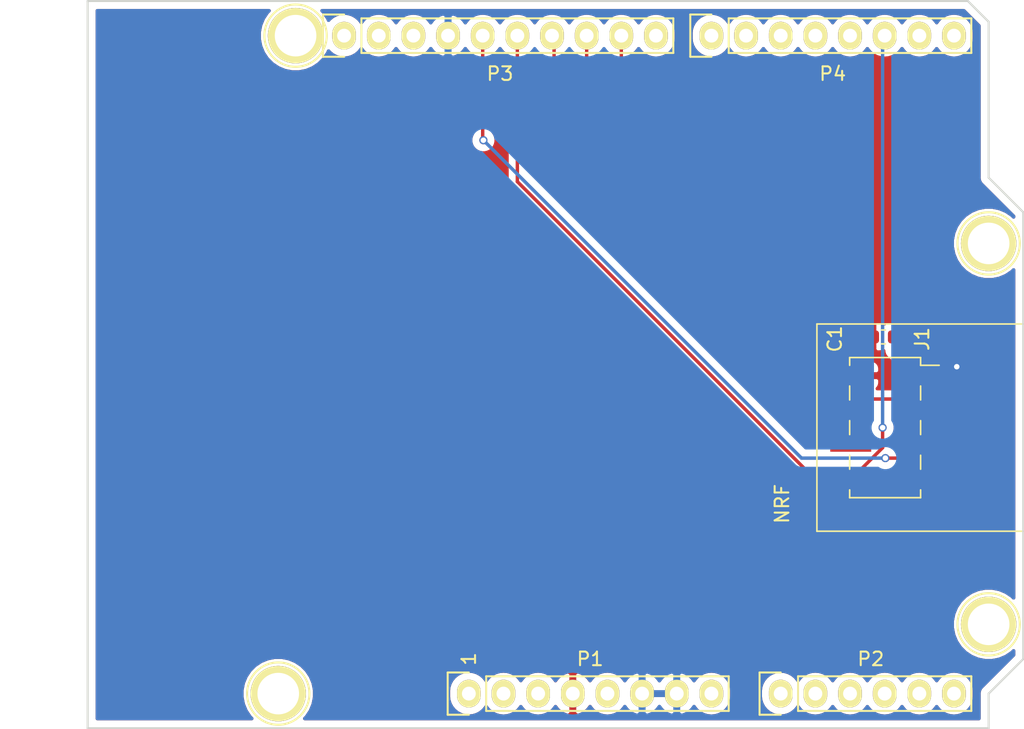
<source format=kicad_pcb>
(kicad_pcb (version 20171130) (host pcbnew "(5.1.9)-1")

  (general
    (thickness 1.6)
    (drawings 27)
    (tracks 34)
    (zones 0)
    (modules 10)
    (nets 35)
  )

  (page A4)
  (title_block
    (date "lun. 30 mars 2015")
  )

  (layers
    (0 F.Cu signal)
    (31 B.Cu signal)
    (32 B.Adhes user)
    (33 F.Adhes user)
    (34 B.Paste user)
    (35 F.Paste user)
    (36 B.SilkS user)
    (37 F.SilkS user)
    (38 B.Mask user)
    (39 F.Mask user)
    (40 Dwgs.User user)
    (41 Cmts.User user)
    (42 Eco1.User user)
    (43 Eco2.User user)
    (44 Edge.Cuts user)
    (45 Margin user)
    (46 B.CrtYd user)
    (47 F.CrtYd user)
    (48 B.Fab user)
    (49 F.Fab user)
  )

  (setup
    (last_trace_width 0.25)
    (trace_clearance 0.2)
    (zone_clearance 0.508)
    (zone_45_only no)
    (trace_min 0.2)
    (via_size 0.6)
    (via_drill 0.4)
    (via_min_size 0.4)
    (via_min_drill 0.3)
    (uvia_size 0.3)
    (uvia_drill 0.1)
    (uvias_allowed no)
    (uvia_min_size 0.2)
    (uvia_min_drill 0.1)
    (edge_width 0.15)
    (segment_width 0.15)
    (pcb_text_width 0.3)
    (pcb_text_size 1.5 1.5)
    (mod_edge_width 0.15)
    (mod_text_size 1 1)
    (mod_text_width 0.15)
    (pad_size 4.064 4.064)
    (pad_drill 3.048)
    (pad_to_mask_clearance 0)
    (aux_axis_origin 110.998 126.365)
    (grid_origin 110.998 126.365)
    (visible_elements 7FFFFFFF)
    (pcbplotparams
      (layerselection 0x00030_80000001)
      (usegerberextensions false)
      (usegerberattributes true)
      (usegerberadvancedattributes true)
      (creategerberjobfile true)
      (excludeedgelayer true)
      (linewidth 0.100000)
      (plotframeref false)
      (viasonmask false)
      (mode 1)
      (useauxorigin false)
      (hpglpennumber 1)
      (hpglpenspeed 20)
      (hpglpendiameter 15.000000)
      (psnegative false)
      (psa4output false)
      (plotreference true)
      (plotvalue true)
      (plotinvisibletext false)
      (padsonsilk false)
      (subtractmaskfromsilk false)
      (outputformat 1)
      (mirror false)
      (drillshape 1)
      (scaleselection 1)
      (outputdirectory ""))
  )

  (net 0 "")
  (net 1 /IOREF)
  (net 2 /Reset)
  (net 3 +5V)
  (net 4 GND)
  (net 5 /Vin)
  (net 6 /A0)
  (net 7 /A1)
  (net 8 /A2)
  (net 9 /A3)
  (net 10 /AREF)
  (net 11 "/A4(SDA)")
  (net 12 "/A5(SCL)")
  (net 13 "/9(**)")
  (net 14 /8)
  (net 15 /7)
  (net 16 "/6(**)")
  (net 17 "/5(**)")
  (net 18 /4)
  (net 19 "/3(**)")
  (net 20 /2)
  (net 21 "/1(Tx)")
  (net 22 "/0(Rx)")
  (net 23 "Net-(P5-Pad1)")
  (net 24 "Net-(P6-Pad1)")
  (net 25 "Net-(P7-Pad1)")
  (net 26 "Net-(P8-Pad1)")
  (net 27 "/13(SCK)")
  (net 28 "/10(**/SS)")
  (net 29 "Net-(P1-Pad1)")
  (net 30 +3V3)
  (net 31 "/12(MISO)")
  (net 32 "/11(**/MOSI)")
  (net 33 "Net-(P3-Pad1)")
  (net 34 "Net-(P3-Pad2)")

  (net_class Default "This is the default net class."
    (clearance 0.2)
    (trace_width 0.25)
    (via_dia 0.6)
    (via_drill 0.4)
    (uvia_dia 0.3)
    (uvia_drill 0.1)
    (add_net +3V3)
    (add_net +5V)
    (add_net "/0(Rx)")
    (add_net "/1(Tx)")
    (add_net "/10(**/SS)")
    (add_net "/11(**/MOSI)")
    (add_net "/12(MISO)")
    (add_net "/13(SCK)")
    (add_net /2)
    (add_net "/3(**)")
    (add_net /4)
    (add_net "/5(**)")
    (add_net "/6(**)")
    (add_net /7)
    (add_net /8)
    (add_net "/9(**)")
    (add_net /A0)
    (add_net /A1)
    (add_net /A2)
    (add_net /A3)
    (add_net "/A4(SDA)")
    (add_net "/A5(SCL)")
    (add_net /AREF)
    (add_net /IOREF)
    (add_net /Reset)
    (add_net /Vin)
    (add_net GND)
    (add_net "Net-(P1-Pad1)")
    (add_net "Net-(P3-Pad1)")
    (add_net "Net-(P3-Pad2)")
    (add_net "Net-(P5-Pad1)")
    (add_net "Net-(P6-Pad1)")
    (add_net "Net-(P7-Pad1)")
    (add_net "Net-(P8-Pad1)")
  )

  (module ffldU:smdNRFHeader (layer F.Cu) (tedit 607EDB7A) (tstamp 607EDD78)
    (at 169.4514 104.314)
    (descr "surface-mounted straight socket strip, 2x04, 2.54mm pitch, double cols (from Kicad 4.0.7), script generated")
    (tags "Surface mounted socket strip SMD 2x04 2.54mm double row")
    (path /607F1F7F)
    (attr smd)
    (fp_text reference J1 (at 2.7098 -6.4986 90) (layer F.SilkS)
      (effects (font (size 1 1) (thickness 0.15)))
    )
    (fp_text value NRF (at -7.5518 5.5918 90) (layer F.SilkS)
      (effects (font (size 1 1) (thickness 0.15)))
    )
    (fp_text user %R (at 0 0 90) (layer F.Fab)
      (effects (font (size 1 1) (thickness 0.15)))
    )
    (fp_line (start -2.6 -5.14) (end 2.6 -5.14) (layer F.SilkS) (width 0.12))
    (fp_line (start 2.6 -5.14) (end 2.6 -4.57) (layer F.SilkS) (width 0.12))
    (fp_line (start 2.6 -3.05) (end 2.6 -2.03) (layer F.SilkS) (width 0.12))
    (fp_line (start 2.6 -0.51) (end 2.6 0.51) (layer F.SilkS) (width 0.12))
    (fp_line (start 2.6 2.03) (end 2.6 3.05) (layer F.SilkS) (width 0.12))
    (fp_line (start 2.6 4.57) (end 2.6 5.14) (layer F.SilkS) (width 0.12))
    (fp_line (start -2.6 5.14) (end 2.6 5.14) (layer F.SilkS) (width 0.12))
    (fp_line (start -2.6 -5.14) (end -2.6 -4.57) (layer F.SilkS) (width 0.12))
    (fp_line (start -2.6 -3.05) (end -2.6 -2.03) (layer F.SilkS) (width 0.12))
    (fp_line (start -2.6 -0.51) (end -2.6 0.51) (layer F.SilkS) (width 0.12))
    (fp_line (start -2.6 2.03) (end -2.6 3.05) (layer F.SilkS) (width 0.12))
    (fp_line (start -2.6 4.57) (end -2.6 5.14) (layer F.SilkS) (width 0.12))
    (fp_line (start 2.6 -4.57) (end 3.96 -4.57) (layer F.SilkS) (width 0.12))
    (fp_line (start -2.54 -5.08) (end 1.54 -5.08) (layer F.Fab) (width 0.1))
    (fp_line (start 1.54 -5.08) (end 2.54 -4.08) (layer F.Fab) (width 0.1))
    (fp_line (start 2.54 -4.08) (end 2.54 5.08) (layer F.Fab) (width 0.1))
    (fp_line (start 2.54 5.08) (end -2.54 5.08) (layer F.Fab) (width 0.1))
    (fp_line (start -2.54 5.08) (end -2.54 -5.08) (layer F.Fab) (width 0.1))
    (fp_line (start -3.92 -4.13) (end -2.54 -4.13) (layer F.Fab) (width 0.1))
    (fp_line (start -2.54 -3.49) (end -3.92 -3.49) (layer F.Fab) (width 0.1))
    (fp_line (start -3.92 -3.49) (end -3.92 -4.13) (layer F.Fab) (width 0.1))
    (fp_line (start 2.54 -4.13) (end 3.92 -4.13) (layer F.Fab) (width 0.1))
    (fp_line (start 3.92 -4.13) (end 3.92 -3.49) (layer F.Fab) (width 0.1))
    (fp_line (start 3.92 -3.49) (end 2.54 -3.49) (layer F.Fab) (width 0.1))
    (fp_line (start -3.92 -1.59) (end -2.54 -1.59) (layer F.Fab) (width 0.1))
    (fp_line (start -2.54 -0.95) (end -3.92 -0.95) (layer F.Fab) (width 0.1))
    (fp_line (start -3.92 -0.95) (end -3.92 -1.59) (layer F.Fab) (width 0.1))
    (fp_line (start 2.54 -1.59) (end 3.92 -1.59) (layer F.Fab) (width 0.1))
    (fp_line (start 3.92 -1.59) (end 3.92 -0.95) (layer F.Fab) (width 0.1))
    (fp_line (start 3.92 -0.95) (end 2.54 -0.95) (layer F.Fab) (width 0.1))
    (fp_line (start -3.92 0.95) (end -2.54 0.95) (layer F.Fab) (width 0.1))
    (fp_line (start -2.54 1.59) (end -3.92 1.59) (layer F.Fab) (width 0.1))
    (fp_line (start -3.92 1.59) (end -3.92 0.95) (layer F.Fab) (width 0.1))
    (fp_line (start 2.54 0.95) (end 3.92 0.95) (layer F.Fab) (width 0.1))
    (fp_line (start 3.92 0.95) (end 3.92 1.59) (layer F.Fab) (width 0.1))
    (fp_line (start 3.92 1.59) (end 2.54 1.59) (layer F.Fab) (width 0.1))
    (fp_line (start -3.92 3.49) (end -2.54 3.49) (layer F.Fab) (width 0.1))
    (fp_line (start -2.54 4.13) (end -3.92 4.13) (layer F.Fab) (width 0.1))
    (fp_line (start -3.92 4.13) (end -3.92 3.49) (layer F.Fab) (width 0.1))
    (fp_line (start 2.54 3.49) (end 3.92 3.49) (layer F.Fab) (width 0.1))
    (fp_line (start 3.92 3.49) (end 3.92 4.13) (layer F.Fab) (width 0.1))
    (fp_line (start 3.92 4.13) (end 2.54 4.13) (layer F.Fab) (width 0.1))
    (fp_line (start -4.55 -5.6) (end 4.5 -5.6) (layer F.CrtYd) (width 0.05))
    (fp_line (start 4.5 -5.6) (end 4.5 5.6) (layer F.CrtYd) (width 0.05))
    (fp_line (start 4.5 5.6) (end -4.55 5.6) (layer F.CrtYd) (width 0.05))
    (fp_line (start -4.55 5.6) (end -4.55 -5.6) (layer F.CrtYd) (width 0.05))
    (fp_line (start -5 7.6) (end -5 -7.6) (layer F.SilkS) (width 0.12))
    (fp_line (start -5 -7.6) (end 10 -7.6) (layer F.SilkS) (width 0.12))
    (fp_line (start -5 7.6) (end 10 7.6) (layer F.SilkS) (width 0.12))
    (pad 8 smd rect (at -2.52 3.81) (size 3 1) (layers F.Cu F.Paste F.Mask)
      (net 20 /2))
    (pad 7 smd rect (at 2.52 3.81) (size 3 1) (layers F.Cu F.Paste F.Mask)
      (net 31 "/12(MISO)"))
    (pad 6 smd rect (at -2.52 1.27) (size 3 1) (layers F.Cu F.Paste F.Mask)
      (net 32 "/11(**/MOSI)"))
    (pad 5 smd rect (at 2.52 1.27) (size 3 1) (layers F.Cu F.Paste F.Mask)
      (net 27 "/13(SCK)"))
    (pad 4 smd rect (at -2.52 -1.27) (size 3 1) (layers F.Cu F.Paste F.Mask)
      (net 28 "/10(**/SS)"))
    (pad 3 smd rect (at 2.52 -1.27) (size 3 1) (layers F.Cu F.Paste F.Mask)
      (net 13 "/9(**)"))
    (pad 2 smd rect (at -2.52 -3.81) (size 3 1) (layers F.Cu F.Paste F.Mask)
      (net 30 +3V3))
    (pad 1 smd rect (at 2.52 -3.81) (size 3 1) (layers F.Cu F.Paste F.Mask)
      (net 4 GND))
    (model ${KISYS3DMOD}/Connector_PinSocket_2.54mm.3dshapes/PinSocket_2x04_P2.54mm_Vertical_SMD.wrl
      (at (xyz 0 0 0))
      (scale (xyz 1 1 1))
      (rotate (xyz 0 0 0))
    )
    (model ${KIPRJMOD}/3d/NRF24l01_with_antenna.STEP
      (offset (xyz 17 0 9.5))
      (scale (xyz 1 1 1))
      (rotate (xyz -90 0 90))
    )
  )

  (module Capacitor_SMD:C_0603_1608Metric (layer F.Cu) (tedit 5F68FEEE) (tstamp 607EDD3A)
    (at 169.3294 97.663 180)
    (descr "Capacitor SMD 0603 (1608 Metric), square (rectangular) end terminal, IPC_7351 nominal, (Body size source: IPC-SM-782 page 76, https://www.pcb-3d.com/wordpress/wp-content/uploads/ipc-sm-782a_amendment_1_and_2.pdf), generated with kicad-footprint-generator")
    (tags capacitor)
    (path /607F41C1)
    (attr smd)
    (fp_text reference C1 (at 3.569 -0.1524 90) (layer F.SilkS)
      (effects (font (size 1 1) (thickness 0.15)))
    )
    (fp_text value 10uF (at 0 1.43) (layer F.Fab)
      (effects (font (size 1 1) (thickness 0.15)))
    )
    (fp_text user %R (at 0 0) (layer F.Fab)
      (effects (font (size 0.4 0.4) (thickness 0.06)))
    )
    (fp_line (start -0.8 0.4) (end -0.8 -0.4) (layer F.Fab) (width 0.1))
    (fp_line (start -0.8 -0.4) (end 0.8 -0.4) (layer F.Fab) (width 0.1))
    (fp_line (start 0.8 -0.4) (end 0.8 0.4) (layer F.Fab) (width 0.1))
    (fp_line (start 0.8 0.4) (end -0.8 0.4) (layer F.Fab) (width 0.1))
    (fp_line (start -0.14058 -0.51) (end 0.14058 -0.51) (layer F.SilkS) (width 0.12))
    (fp_line (start -0.14058 0.51) (end 0.14058 0.51) (layer F.SilkS) (width 0.12))
    (fp_line (start -1.48 0.73) (end -1.48 -0.73) (layer F.CrtYd) (width 0.05))
    (fp_line (start -1.48 -0.73) (end 1.48 -0.73) (layer F.CrtYd) (width 0.05))
    (fp_line (start 1.48 -0.73) (end 1.48 0.73) (layer F.CrtYd) (width 0.05))
    (fp_line (start 1.48 0.73) (end -1.48 0.73) (layer F.CrtYd) (width 0.05))
    (pad 2 smd roundrect (at 0.775 0 180) (size 0.9 0.95) (layers F.Cu F.Paste F.Mask) (roundrect_rratio 0.25)
      (net 30 +3V3))
    (pad 1 smd roundrect (at -0.775 0 180) (size 0.9 0.95) (layers F.Cu F.Paste F.Mask) (roundrect_rratio 0.25)
      (net 4 GND))
    (model ${KISYS3DMOD}/Capacitor_SMD.3dshapes/C_0603_1608Metric.wrl
      (at (xyz 0 0 0))
      (scale (xyz 1 1 1))
      (rotate (xyz 0 0 0))
    )
  )

  (module Socket_Arduino_Uno:Socket_Strip_Arduino_1x08 locked (layer F.Cu) (tedit 552168D2) (tstamp 551AF9EA)
    (at 138.938 123.825)
    (descr "Through hole socket strip")
    (tags "socket strip")
    (path /56D70129)
    (fp_text reference P1 (at 8.89 -2.54) (layer F.SilkS)
      (effects (font (size 1 1) (thickness 0.15)))
    )
    (fp_text value Power (at 8.89 -4.064) (layer F.Fab)
      (effects (font (size 1 1) (thickness 0.15)))
    )
    (fp_line (start -1.55 -1.55) (end -1.55 1.55) (layer F.SilkS) (width 0.15))
    (fp_line (start 0 -1.55) (end -1.55 -1.55) (layer F.SilkS) (width 0.15))
    (fp_line (start 1.27 1.27) (end 1.27 -1.27) (layer F.SilkS) (width 0.15))
    (fp_line (start -1.55 1.55) (end 0 1.55) (layer F.SilkS) (width 0.15))
    (fp_line (start 19.05 -1.27) (end 1.27 -1.27) (layer F.SilkS) (width 0.15))
    (fp_line (start 19.05 1.27) (end 19.05 -1.27) (layer F.SilkS) (width 0.15))
    (fp_line (start 1.27 1.27) (end 19.05 1.27) (layer F.SilkS) (width 0.15))
    (fp_line (start -1.75 1.75) (end 19.55 1.75) (layer F.CrtYd) (width 0.05))
    (fp_line (start -1.75 -1.75) (end 19.55 -1.75) (layer F.CrtYd) (width 0.05))
    (fp_line (start 19.55 -1.75) (end 19.55 1.75) (layer F.CrtYd) (width 0.05))
    (fp_line (start -1.75 -1.75) (end -1.75 1.75) (layer F.CrtYd) (width 0.05))
    (pad 1 thru_hole oval (at 0 0) (size 1.7272 2.032) (drill 1.016) (layers *.Cu *.Mask F.SilkS)
      (net 29 "Net-(P1-Pad1)"))
    (pad 2 thru_hole oval (at 2.54 0) (size 1.7272 2.032) (drill 1.016) (layers *.Cu *.Mask F.SilkS)
      (net 1 /IOREF))
    (pad 3 thru_hole oval (at 5.08 0) (size 1.7272 2.032) (drill 1.016) (layers *.Cu *.Mask F.SilkS)
      (net 2 /Reset))
    (pad 4 thru_hole oval (at 7.62 0) (size 1.7272 2.032) (drill 1.016) (layers *.Cu *.Mask F.SilkS)
      (net 30 +3V3))
    (pad 5 thru_hole oval (at 10.16 0) (size 1.7272 2.032) (drill 1.016) (layers *.Cu *.Mask F.SilkS)
      (net 3 +5V))
    (pad 6 thru_hole oval (at 12.7 0) (size 1.7272 2.032) (drill 1.016) (layers *.Cu *.Mask F.SilkS)
      (net 4 GND))
    (pad 7 thru_hole oval (at 15.24 0) (size 1.7272 2.032) (drill 1.016) (layers *.Cu *.Mask F.SilkS)
      (net 4 GND))
    (pad 8 thru_hole oval (at 17.78 0) (size 1.7272 2.032) (drill 1.016) (layers *.Cu *.Mask F.SilkS)
      (net 5 /Vin))
    (model ${KIPRJMOD}/Socket_Arduino_Uno.3dshapes/Socket_header_Arduino_1x08.wrl
      (offset (xyz 8.889999866485596 0 0))
      (scale (xyz 1 1 1))
      (rotate (xyz 0 0 180))
    )
  )

  (module Socket_Arduino_Uno:Socket_Strip_Arduino_1x06 locked (layer F.Cu) (tedit 552168D6) (tstamp 551AF9FF)
    (at 161.798 123.825)
    (descr "Through hole socket strip")
    (tags "socket strip")
    (path /56D70DD8)
    (fp_text reference P2 (at 6.604 -2.54) (layer F.SilkS)
      (effects (font (size 1 1) (thickness 0.15)))
    )
    (fp_text value Analog (at 6.604 -4.064) (layer F.Fab)
      (effects (font (size 1 1) (thickness 0.15)))
    )
    (fp_line (start -1.55 -1.55) (end -1.55 1.55) (layer F.SilkS) (width 0.15))
    (fp_line (start 0 -1.55) (end -1.55 -1.55) (layer F.SilkS) (width 0.15))
    (fp_line (start 1.27 1.27) (end 1.27 -1.27) (layer F.SilkS) (width 0.15))
    (fp_line (start -1.55 1.55) (end 0 1.55) (layer F.SilkS) (width 0.15))
    (fp_line (start 13.97 -1.27) (end 1.27 -1.27) (layer F.SilkS) (width 0.15))
    (fp_line (start 13.97 1.27) (end 13.97 -1.27) (layer F.SilkS) (width 0.15))
    (fp_line (start 1.27 1.27) (end 13.97 1.27) (layer F.SilkS) (width 0.15))
    (fp_line (start -1.75 1.75) (end 14.45 1.75) (layer F.CrtYd) (width 0.05))
    (fp_line (start -1.75 -1.75) (end 14.45 -1.75) (layer F.CrtYd) (width 0.05))
    (fp_line (start 14.45 -1.75) (end 14.45 1.75) (layer F.CrtYd) (width 0.05))
    (fp_line (start -1.75 -1.75) (end -1.75 1.75) (layer F.CrtYd) (width 0.05))
    (pad 1 thru_hole oval (at 0 0) (size 1.7272 2.032) (drill 1.016) (layers *.Cu *.Mask F.SilkS)
      (net 6 /A0))
    (pad 2 thru_hole oval (at 2.54 0) (size 1.7272 2.032) (drill 1.016) (layers *.Cu *.Mask F.SilkS)
      (net 7 /A1))
    (pad 3 thru_hole oval (at 5.08 0) (size 1.7272 2.032) (drill 1.016) (layers *.Cu *.Mask F.SilkS)
      (net 8 /A2))
    (pad 4 thru_hole oval (at 7.62 0) (size 1.7272 2.032) (drill 1.016) (layers *.Cu *.Mask F.SilkS)
      (net 9 /A3))
    (pad 5 thru_hole oval (at 10.16 0) (size 1.7272 2.032) (drill 1.016) (layers *.Cu *.Mask F.SilkS)
      (net 11 "/A4(SDA)"))
    (pad 6 thru_hole oval (at 12.7 0) (size 1.7272 2.032) (drill 1.016) (layers *.Cu *.Mask F.SilkS)
      (net 12 "/A5(SCL)"))
    (model ${KIPRJMOD}/Socket_Arduino_Uno.3dshapes/Socket_header_Arduino_1x06.wrl
      (offset (xyz 6.349999904632568 0 0))
      (scale (xyz 1 1 1))
      (rotate (xyz 0 0 180))
    )
  )

  (module Socket_Arduino_Uno:Socket_Strip_Arduino_1x10 locked (layer F.Cu) (tedit 552168BF) (tstamp 551AFA18)
    (at 129.794 75.565)
    (descr "Through hole socket strip")
    (tags "socket strip")
    (path /56D721E0)
    (fp_text reference P3 (at 11.43 2.794) (layer F.SilkS)
      (effects (font (size 1 1) (thickness 0.15)))
    )
    (fp_text value Digital (at 11.43 4.318) (layer F.Fab)
      (effects (font (size 1 1) (thickness 0.15)))
    )
    (fp_line (start -1.55 -1.55) (end -1.55 1.55) (layer F.SilkS) (width 0.15))
    (fp_line (start 0 -1.55) (end -1.55 -1.55) (layer F.SilkS) (width 0.15))
    (fp_line (start 1.27 1.27) (end 1.27 -1.27) (layer F.SilkS) (width 0.15))
    (fp_line (start -1.55 1.55) (end 0 1.55) (layer F.SilkS) (width 0.15))
    (fp_line (start 24.13 -1.27) (end 1.27 -1.27) (layer F.SilkS) (width 0.15))
    (fp_line (start 24.13 1.27) (end 24.13 -1.27) (layer F.SilkS) (width 0.15))
    (fp_line (start 1.27 1.27) (end 24.13 1.27) (layer F.SilkS) (width 0.15))
    (fp_line (start -1.75 1.75) (end 24.65 1.75) (layer F.CrtYd) (width 0.05))
    (fp_line (start -1.75 -1.75) (end 24.65 -1.75) (layer F.CrtYd) (width 0.05))
    (fp_line (start 24.65 -1.75) (end 24.65 1.75) (layer F.CrtYd) (width 0.05))
    (fp_line (start -1.75 -1.75) (end -1.75 1.75) (layer F.CrtYd) (width 0.05))
    (pad 1 thru_hole oval (at 0 0) (size 1.7272 2.032) (drill 1.016) (layers *.Cu *.Mask F.SilkS)
      (net 33 "Net-(P3-Pad1)"))
    (pad 2 thru_hole oval (at 2.54 0) (size 1.7272 2.032) (drill 1.016) (layers *.Cu *.Mask F.SilkS)
      (net 34 "Net-(P3-Pad2)"))
    (pad 3 thru_hole oval (at 5.08 0) (size 1.7272 2.032) (drill 1.016) (layers *.Cu *.Mask F.SilkS)
      (net 10 /AREF))
    (pad 4 thru_hole oval (at 7.62 0) (size 1.7272 2.032) (drill 1.016) (layers *.Cu *.Mask F.SilkS)
      (net 4 GND))
    (pad 5 thru_hole oval (at 10.16 0) (size 1.7272 2.032) (drill 1.016) (layers *.Cu *.Mask F.SilkS)
      (net 27 "/13(SCK)"))
    (pad 6 thru_hole oval (at 12.7 0) (size 1.7272 2.032) (drill 1.016) (layers *.Cu *.Mask F.SilkS)
      (net 31 "/12(MISO)"))
    (pad 7 thru_hole oval (at 15.24 0) (size 1.7272 2.032) (drill 1.016) (layers *.Cu *.Mask F.SilkS)
      (net 32 "/11(**/MOSI)"))
    (pad 8 thru_hole oval (at 17.78 0) (size 1.7272 2.032) (drill 1.016) (layers *.Cu *.Mask F.SilkS)
      (net 28 "/10(**/SS)"))
    (pad 9 thru_hole oval (at 20.32 0) (size 1.7272 2.032) (drill 1.016) (layers *.Cu *.Mask F.SilkS)
      (net 13 "/9(**)"))
    (pad 10 thru_hole oval (at 22.86 0) (size 1.7272 2.032) (drill 1.016) (layers *.Cu *.Mask F.SilkS)
      (net 14 /8))
    (model ${KIPRJMOD}/Socket_Arduino_Uno.3dshapes/Socket_header_Arduino_1x10.wrl
      (offset (xyz 11.42999982833862 0 0))
      (scale (xyz 1 1 1))
      (rotate (xyz 0 0 180))
    )
  )

  (module Socket_Arduino_Uno:Socket_Strip_Arduino_1x08 locked (layer F.Cu) (tedit 552168C7) (tstamp 551AFA2F)
    (at 156.718 75.565)
    (descr "Through hole socket strip")
    (tags "socket strip")
    (path /56D7164F)
    (fp_text reference P4 (at 8.89 2.794) (layer F.SilkS)
      (effects (font (size 1 1) (thickness 0.15)))
    )
    (fp_text value Digital (at 8.89 4.318) (layer F.Fab)
      (effects (font (size 1 1) (thickness 0.15)))
    )
    (fp_line (start -1.55 -1.55) (end -1.55 1.55) (layer F.SilkS) (width 0.15))
    (fp_line (start 0 -1.55) (end -1.55 -1.55) (layer F.SilkS) (width 0.15))
    (fp_line (start 1.27 1.27) (end 1.27 -1.27) (layer F.SilkS) (width 0.15))
    (fp_line (start -1.55 1.55) (end 0 1.55) (layer F.SilkS) (width 0.15))
    (fp_line (start 19.05 -1.27) (end 1.27 -1.27) (layer F.SilkS) (width 0.15))
    (fp_line (start 19.05 1.27) (end 19.05 -1.27) (layer F.SilkS) (width 0.15))
    (fp_line (start 1.27 1.27) (end 19.05 1.27) (layer F.SilkS) (width 0.15))
    (fp_line (start -1.75 1.75) (end 19.55 1.75) (layer F.CrtYd) (width 0.05))
    (fp_line (start -1.75 -1.75) (end 19.55 -1.75) (layer F.CrtYd) (width 0.05))
    (fp_line (start 19.55 -1.75) (end 19.55 1.75) (layer F.CrtYd) (width 0.05))
    (fp_line (start -1.75 -1.75) (end -1.75 1.75) (layer F.CrtYd) (width 0.05))
    (pad 1 thru_hole oval (at 0 0) (size 1.7272 2.032) (drill 1.016) (layers *.Cu *.Mask F.SilkS)
      (net 15 /7))
    (pad 2 thru_hole oval (at 2.54 0) (size 1.7272 2.032) (drill 1.016) (layers *.Cu *.Mask F.SilkS)
      (net 16 "/6(**)"))
    (pad 3 thru_hole oval (at 5.08 0) (size 1.7272 2.032) (drill 1.016) (layers *.Cu *.Mask F.SilkS)
      (net 17 "/5(**)"))
    (pad 4 thru_hole oval (at 7.62 0) (size 1.7272 2.032) (drill 1.016) (layers *.Cu *.Mask F.SilkS)
      (net 18 /4))
    (pad 5 thru_hole oval (at 10.16 0) (size 1.7272 2.032) (drill 1.016) (layers *.Cu *.Mask F.SilkS)
      (net 19 "/3(**)"))
    (pad 6 thru_hole oval (at 12.7 0) (size 1.7272 2.032) (drill 1.016) (layers *.Cu *.Mask F.SilkS)
      (net 20 /2))
    (pad 7 thru_hole oval (at 15.24 0) (size 1.7272 2.032) (drill 1.016) (layers *.Cu *.Mask F.SilkS)
      (net 21 "/1(Tx)"))
    (pad 8 thru_hole oval (at 17.78 0) (size 1.7272 2.032) (drill 1.016) (layers *.Cu *.Mask F.SilkS)
      (net 22 "/0(Rx)"))
    (model ${KIPRJMOD}/Socket_Arduino_Uno.3dshapes/Socket_header_Arduino_1x08.wrl
      (offset (xyz 8.889999866485596 0 0))
      (scale (xyz 1 1 1))
      (rotate (xyz 0 0 180))
    )
  )

  (module Socket_Arduino_Uno:Arduino_1pin locked (layer F.Cu) (tedit 5524FC39) (tstamp 5524FC3F)
    (at 124.968 123.825)
    (descr "module 1 pin (ou trou mecanique de percage)")
    (tags DEV)
    (path /56D71177)
    (fp_text reference P5 (at 0 -3.048) (layer F.SilkS) hide
      (effects (font (size 1 1) (thickness 0.15)))
    )
    (fp_text value CONN_01X01 (at 0 2.794) (layer F.Fab) hide
      (effects (font (size 1 1) (thickness 0.15)))
    )
    (fp_circle (center 0 0) (end 0 -2.286) (layer F.SilkS) (width 0.15))
    (pad 1 thru_hole circle (at 0 0) (size 4.064 4.064) (drill 3.048) (layers *.Cu *.Mask F.SilkS)
      (net 23 "Net-(P5-Pad1)"))
  )

  (module Socket_Arduino_Uno:Arduino_1pin locked (layer F.Cu) (tedit 5524FC4A) (tstamp 5524FC44)
    (at 177.038 118.745)
    (descr "module 1 pin (ou trou mecanique de percage)")
    (tags DEV)
    (path /56D71274)
    (fp_text reference P6 (at 0 -3.048) (layer F.SilkS) hide
      (effects (font (size 1 1) (thickness 0.15)))
    )
    (fp_text value CONN_01X01 (at 0 2.794) (layer F.Fab) hide
      (effects (font (size 1 1) (thickness 0.15)))
    )
    (fp_circle (center 0 0) (end 0 -2.286) (layer F.SilkS) (width 0.15))
    (pad 1 thru_hole circle (at 0 0) (size 4.064 4.064) (drill 3.048) (layers *.Cu *.Mask F.SilkS)
      (net 24 "Net-(P6-Pad1)"))
  )

  (module Socket_Arduino_Uno:Arduino_1pin locked (layer F.Cu) (tedit 5524FC2F) (tstamp 5524FC49)
    (at 126.238 75.565)
    (descr "module 1 pin (ou trou mecanique de percage)")
    (tags DEV)
    (path /56D712A8)
    (fp_text reference P7 (at 0 -3.048) (layer F.SilkS) hide
      (effects (font (size 1 1) (thickness 0.15)))
    )
    (fp_text value CONN_01X01 (at 0 2.794) (layer F.Fab) hide
      (effects (font (size 1 1) (thickness 0.15)))
    )
    (fp_circle (center 0 0) (end 0 -2.286) (layer F.SilkS) (width 0.15))
    (pad 1 thru_hole circle (at 0 0) (size 4.064 4.064) (drill 3.048) (layers *.Cu *.Mask F.SilkS)
      (net 25 "Net-(P7-Pad1)"))
  )

  (module Socket_Arduino_Uno:Arduino_1pin locked (layer F.Cu) (tedit 5524FC41) (tstamp 5524FC4E)
    (at 177.038 90.805)
    (descr "module 1 pin (ou trou mecanique de percage)")
    (tags DEV)
    (path /56D712DB)
    (fp_text reference P8 (at 0 -3.048) (layer F.SilkS) hide
      (effects (font (size 1 1) (thickness 0.15)))
    )
    (fp_text value CONN_01X01 (at 0 2.794) (layer F.Fab) hide
      (effects (font (size 1 1) (thickness 0.15)))
    )
    (fp_circle (center 0 0) (end 0 -2.286) (layer F.SilkS) (width 0.15))
    (pad 1 thru_hole circle (at 0 0) (size 4.064 4.064) (drill 3.048) (layers *.Cu *.Mask F.SilkS)
      (net 26 "Net-(P8-Pad1)"))
  )

  (gr_text 1 (at 138.938 121.285 90) (layer F.SilkS)
    (effects (font (size 1 1) (thickness 0.15)))
  )
  (gr_circle (center 117.348 76.962) (end 118.618 76.962) (layer Dwgs.User) (width 0.15))
  (gr_line (start 114.427 78.994) (end 114.427 74.93) (angle 90) (layer Dwgs.User) (width 0.15))
  (gr_line (start 120.269 78.994) (end 114.427 78.994) (angle 90) (layer Dwgs.User) (width 0.15))
  (gr_line (start 120.269 74.93) (end 120.269 78.994) (angle 90) (layer Dwgs.User) (width 0.15))
  (gr_line (start 114.427 74.93) (end 120.269 74.93) (angle 90) (layer Dwgs.User) (width 0.15))
  (gr_line (start 120.523 93.98) (end 104.648 93.98) (angle 90) (layer Dwgs.User) (width 0.15))
  (gr_line (start 177.038 74.549) (end 175.514 73.025) (angle 90) (layer Edge.Cuts) (width 0.15))
  (gr_line (start 177.038 85.979) (end 177.038 74.549) (angle 90) (layer Edge.Cuts) (width 0.15))
  (gr_line (start 179.578 88.519) (end 177.038 85.979) (angle 90) (layer Edge.Cuts) (width 0.15))
  (gr_line (start 179.578 121.285) (end 179.578 88.519) (angle 90) (layer Edge.Cuts) (width 0.15))
  (gr_line (start 177.038 123.825) (end 179.578 121.285) (angle 90) (layer Edge.Cuts) (width 0.15))
  (gr_line (start 177.038 126.365) (end 177.038 123.825) (angle 90) (layer Edge.Cuts) (width 0.15))
  (gr_line (start 110.998 126.365) (end 177.038 126.365) (angle 90) (layer Edge.Cuts) (width 0.15))
  (gr_line (start 110.998 73.025) (end 110.998 126.365) (angle 90) (layer Edge.Cuts) (width 0.15))
  (gr_line (start 175.514 73.025) (end 110.998 73.025) (angle 90) (layer Edge.Cuts) (width 0.15))
  (gr_line (start 173.355 102.235) (end 173.355 94.615) (angle 90) (layer Dwgs.User) (width 0.15))
  (gr_line (start 178.435 102.235) (end 173.355 102.235) (angle 90) (layer Dwgs.User) (width 0.15))
  (gr_line (start 178.435 94.615) (end 178.435 102.235) (angle 90) (layer Dwgs.User) (width 0.15))
  (gr_line (start 173.355 94.615) (end 178.435 94.615) (angle 90) (layer Dwgs.User) (width 0.15))
  (gr_line (start 109.093 123.19) (end 109.093 114.3) (angle 90) (layer Dwgs.User) (width 0.15))
  (gr_line (start 122.428 123.19) (end 109.093 123.19) (angle 90) (layer Dwgs.User) (width 0.15))
  (gr_line (start 122.428 114.3) (end 122.428 123.19) (angle 90) (layer Dwgs.User) (width 0.15))
  (gr_line (start 109.093 114.3) (end 122.428 114.3) (angle 90) (layer Dwgs.User) (width 0.15))
  (gr_line (start 104.648 93.98) (end 104.648 82.55) (angle 90) (layer Dwgs.User) (width 0.15))
  (gr_line (start 120.523 82.55) (end 120.523 93.98) (angle 90) (layer Dwgs.User) (width 0.15))
  (gr_line (start 104.648 82.55) (end 120.523 82.55) (angle 90) (layer Dwgs.User) (width 0.15))

  (segment (start 170.1044 98.637) (end 171.9714 100.504) (width 0.25) (layer F.Cu) (net 4))
  (segment (start 170.1044 97.663) (end 170.1044 98.637) (width 0.25) (layer F.Cu) (net 4))
  (via (at 174.7012 99.8474) (size 0.6) (drill 0.4) (layers F.Cu B.Cu) (net 4))
  (segment (start 174.0446 100.504) (end 174.7012 99.8474) (width 0.25) (layer F.Cu) (net 4))
  (segment (start 171.9714 100.504) (end 174.0446 100.504) (width 0.25) (layer F.Cu) (net 4))
  (segment (start 171.146399 102.218999) (end 171.9714 103.044) (width 0.25) (layer F.Cu) (net 13))
  (segment (start 166.061397 102.218999) (end 171.146399 102.218999) (width 0.25) (layer F.Cu) (net 13))
  (segment (start 150.114 86.271602) (end 166.061397 102.218999) (width 0.25) (layer F.Cu) (net 13))
  (segment (start 150.114 75.565) (end 150.114 86.271602) (width 0.25) (layer F.Cu) (net 13))
  (via (at 169.2656 104.3178) (size 0.6) (drill 0.4) (layers F.Cu B.Cu) (net 20))
  (segment (start 169.2656 105.7898) (end 169.2656 104.3178) (width 0.25) (layer F.Cu) (net 20))
  (segment (start 166.9314 108.124) (end 169.2656 105.7898) (width 0.25) (layer F.Cu) (net 20))
  (segment (start 169.2656 75.7174) (end 169.418 75.565) (width 0.25) (layer B.Cu) (net 20))
  (segment (start 169.2656 104.3178) (end 169.2656 75.7174) (width 0.25) (layer B.Cu) (net 20))
  (via (at 140.0048 83.2358) (size 0.6) (drill 0.4) (layers F.Cu B.Cu) (net 27))
  (segment (start 139.954 83.185) (end 140.0048 83.2358) (width 0.25) (layer F.Cu) (net 27))
  (segment (start 139.954 75.565) (end 139.954 83.185) (width 0.25) (layer F.Cu) (net 27))
  (via (at 169.4688 106.553) (size 0.6) (drill 0.4) (layers F.Cu B.Cu) (net 27))
  (segment (start 163.322 106.553) (end 169.4688 106.553) (width 0.25) (layer B.Cu) (net 27))
  (segment (start 140.0048 83.2358) (end 163.322 106.553) (width 0.25) (layer B.Cu) (net 27))
  (segment (start 171.0024 106.553) (end 171.9714 105.584) (width 0.25) (layer F.Cu) (net 27))
  (segment (start 169.4688 106.553) (end 171.0024 106.553) (width 0.25) (layer F.Cu) (net 27))
  (segment (start 147.574 85.4366) (end 147.574 75.565) (width 0.25) (layer F.Cu) (net 28))
  (segment (start 165.1814 103.044) (end 147.574 85.4366) (width 0.25) (layer F.Cu) (net 28))
  (segment (start 166.9314 103.044) (end 165.1814 103.044) (width 0.25) (layer F.Cu) (net 28))
  (segment (start 168.5544 98.881) (end 166.9314 100.504) (width 0.25) (layer F.Cu) (net 30))
  (segment (start 168.5544 97.663) (end 168.5544 98.881) (width 0.25) (layer F.Cu) (net 30))
  (segment (start 171.146399 108.949001) (end 171.9714 108.124) (width 0.25) (layer F.Cu) (net 31))
  (segment (start 165.171399 108.949001) (end 171.146399 108.949001) (width 0.25) (layer F.Cu) (net 31))
  (segment (start 142.494 86.271602) (end 165.171399 108.949001) (width 0.25) (layer F.Cu) (net 31))
  (segment (start 142.494 75.565) (end 142.494 86.271602) (width 0.25) (layer F.Cu) (net 31))
  (segment (start 145.1864 75.7174) (end 145.034 75.565) (width 0.25) (layer F.Cu) (net 32))
  (segment (start 145.1864 83.839) (end 145.1864 75.7174) (width 0.25) (layer F.Cu) (net 32))
  (segment (start 166.9314 105.584) (end 145.1864 83.839) (width 0.25) (layer F.Cu) (net 32))

  (zone (net 4) (net_name GND) (layer B.Cu) (tstamp 0) (hatch edge 0.508)
    (connect_pads (clearance 0.508))
    (min_thickness 0.254)
    (fill yes (arc_segments 32) (thermal_gap 0.508) (thermal_bridge_width 0.508))
    (polygon
      (pts
        (xy 177.038 74.549) (xy 177.038 85.979) (xy 179.578 88.5698) (xy 179.578 121.285) (xy 176.9872 123.8758)
        (xy 176.9872 126.365) (xy 110.998 126.365) (xy 111.0488 73.025) (xy 175.6156 73.025)
      )
    )
    (filled_polygon
      (pts
        (xy 124.166406 73.864887) (xy 123.874536 74.301702) (xy 123.673492 74.787065) (xy 123.571 75.302323) (xy 123.571 75.827677)
        (xy 123.673492 76.342935) (xy 123.874536 76.828298) (xy 124.166406 77.265113) (xy 124.537887 77.636594) (xy 124.974702 77.928464)
        (xy 125.460065 78.129508) (xy 125.975323 78.232) (xy 126.500677 78.232) (xy 127.015935 78.129508) (xy 127.501298 77.928464)
        (xy 127.938113 77.636594) (xy 128.309594 77.265113) (xy 128.601464 76.828298) (xy 128.657001 76.694219) (xy 128.729203 76.782197)
        (xy 128.957395 76.969469) (xy 129.217737 77.108625) (xy 129.500224 77.194316) (xy 129.794 77.223251) (xy 130.087777 77.194316)
        (xy 130.370264 77.108625) (xy 130.630606 76.969469) (xy 130.858797 76.782197) (xy 131.046069 76.554006) (xy 131.064 76.520459)
        (xy 131.081931 76.554006) (xy 131.269203 76.782197) (xy 131.497395 76.969469) (xy 131.757737 77.108625) (xy 132.040224 77.194316)
        (xy 132.334 77.223251) (xy 132.627777 77.194316) (xy 132.910264 77.108625) (xy 133.170606 76.969469) (xy 133.398797 76.782197)
        (xy 133.586069 76.554006) (xy 133.604 76.520459) (xy 133.621931 76.554006) (xy 133.809203 76.782197) (xy 134.037395 76.969469)
        (xy 134.297737 77.108625) (xy 134.580224 77.194316) (xy 134.874 77.223251) (xy 135.167777 77.194316) (xy 135.450264 77.108625)
        (xy 135.710606 76.969469) (xy 135.938797 76.782197) (xy 136.126069 76.554006) (xy 136.147424 76.514053) (xy 136.295514 76.716729)
        (xy 136.511965 76.915733) (xy 136.763081 77.068686) (xy 137.039211 77.169709) (xy 137.054974 77.172358) (xy 137.287 77.051217)
        (xy 137.287 75.692) (xy 137.267 75.692) (xy 137.267 75.438) (xy 137.287 75.438) (xy 137.287 74.078783)
        (xy 137.541 74.078783) (xy 137.541 75.438) (xy 137.561 75.438) (xy 137.561 75.692) (xy 137.541 75.692)
        (xy 137.541 77.051217) (xy 137.773026 77.172358) (xy 137.788789 77.169709) (xy 138.064919 77.068686) (xy 138.316035 76.915733)
        (xy 138.532486 76.716729) (xy 138.680576 76.514053) (xy 138.701931 76.554006) (xy 138.889203 76.782197) (xy 139.117395 76.969469)
        (xy 139.377737 77.108625) (xy 139.660224 77.194316) (xy 139.954 77.223251) (xy 140.247777 77.194316) (xy 140.530264 77.108625)
        (xy 140.790606 76.969469) (xy 141.018797 76.782197) (xy 141.206069 76.554006) (xy 141.224 76.520459) (xy 141.241931 76.554006)
        (xy 141.429203 76.782197) (xy 141.657395 76.969469) (xy 141.917737 77.108625) (xy 142.200224 77.194316) (xy 142.494 77.223251)
        (xy 142.787777 77.194316) (xy 143.070264 77.108625) (xy 143.330606 76.969469) (xy 143.558797 76.782197) (xy 143.746069 76.554006)
        (xy 143.764 76.520459) (xy 143.781931 76.554006) (xy 143.969203 76.782197) (xy 144.197395 76.969469) (xy 144.457737 77.108625)
        (xy 144.740224 77.194316) (xy 145.034 77.223251) (xy 145.327777 77.194316) (xy 145.610264 77.108625) (xy 145.870606 76.969469)
        (xy 146.098797 76.782197) (xy 146.286069 76.554006) (xy 146.304 76.520459) (xy 146.321931 76.554006) (xy 146.509203 76.782197)
        (xy 146.737395 76.969469) (xy 146.997737 77.108625) (xy 147.280224 77.194316) (xy 147.574 77.223251) (xy 147.867777 77.194316)
        (xy 148.150264 77.108625) (xy 148.410606 76.969469) (xy 148.638797 76.782197) (xy 148.826069 76.554006) (xy 148.844 76.520459)
        (xy 148.861931 76.554006) (xy 149.049203 76.782197) (xy 149.277395 76.969469) (xy 149.537737 77.108625) (xy 149.820224 77.194316)
        (xy 150.114 77.223251) (xy 150.407777 77.194316) (xy 150.690264 77.108625) (xy 150.950606 76.969469) (xy 151.178797 76.782197)
        (xy 151.366069 76.554006) (xy 151.384 76.520459) (xy 151.401931 76.554006) (xy 151.589203 76.782197) (xy 151.817395 76.969469)
        (xy 152.077737 77.108625) (xy 152.360224 77.194316) (xy 152.654 77.223251) (xy 152.947777 77.194316) (xy 153.230264 77.108625)
        (xy 153.490606 76.969469) (xy 153.718797 76.782197) (xy 153.906069 76.554006) (xy 154.045225 76.293663) (xy 154.130916 76.011176)
        (xy 154.1526 75.791018) (xy 154.1526 75.338982) (xy 155.2194 75.338982) (xy 155.2194 75.791019) (xy 155.241084 76.011177)
        (xy 155.326775 76.293664) (xy 155.465931 76.554006) (xy 155.653203 76.782197) (xy 155.881395 76.969469) (xy 156.141737 77.108625)
        (xy 156.424224 77.194316) (xy 156.718 77.223251) (xy 157.011777 77.194316) (xy 157.294264 77.108625) (xy 157.554606 76.969469)
        (xy 157.782797 76.782197) (xy 157.970069 76.554006) (xy 157.988 76.520459) (xy 158.005931 76.554006) (xy 158.193203 76.782197)
        (xy 158.421395 76.969469) (xy 158.681737 77.108625) (xy 158.964224 77.194316) (xy 159.258 77.223251) (xy 159.551777 77.194316)
        (xy 159.834264 77.108625) (xy 160.094606 76.969469) (xy 160.322797 76.782197) (xy 160.510069 76.554006) (xy 160.528 76.520459)
        (xy 160.545931 76.554006) (xy 160.733203 76.782197) (xy 160.961395 76.969469) (xy 161.221737 77.108625) (xy 161.504224 77.194316)
        (xy 161.798 77.223251) (xy 162.091777 77.194316) (xy 162.374264 77.108625) (xy 162.634606 76.969469) (xy 162.862797 76.782197)
        (xy 163.050069 76.554006) (xy 163.068 76.520459) (xy 163.085931 76.554006) (xy 163.273203 76.782197) (xy 163.501395 76.969469)
        (xy 163.761737 77.108625) (xy 164.044224 77.194316) (xy 164.338 77.223251) (xy 164.631777 77.194316) (xy 164.914264 77.108625)
        (xy 165.174606 76.969469) (xy 165.402797 76.782197) (xy 165.590069 76.554006) (xy 165.608 76.520459) (xy 165.625931 76.554006)
        (xy 165.813203 76.782197) (xy 166.041395 76.969469) (xy 166.301737 77.108625) (xy 166.584224 77.194316) (xy 166.878 77.223251)
        (xy 167.171777 77.194316) (xy 167.454264 77.108625) (xy 167.714606 76.969469) (xy 167.942797 76.782197) (xy 168.130069 76.554006)
        (xy 168.148 76.520459) (xy 168.165931 76.554006) (xy 168.353203 76.782197) (xy 168.505601 76.907267) (xy 168.5056 103.772265)
        (xy 168.437014 103.874911) (xy 168.366532 104.045071) (xy 168.3306 104.225711) (xy 168.3306 104.409889) (xy 168.366532 104.590529)
        (xy 168.437014 104.760689) (xy 168.539338 104.913828) (xy 168.669572 105.044062) (xy 168.822711 105.146386) (xy 168.992871 105.216868)
        (xy 169.173511 105.2528) (xy 169.357689 105.2528) (xy 169.538329 105.216868) (xy 169.708489 105.146386) (xy 169.861628 105.044062)
        (xy 169.991862 104.913828) (xy 170.094186 104.760689) (xy 170.164668 104.590529) (xy 170.2006 104.409889) (xy 170.2006 104.225711)
        (xy 170.164668 104.045071) (xy 170.094186 103.874911) (xy 170.0256 103.772265) (xy 170.0256 77.091876) (xy 170.254606 76.969469)
        (xy 170.482797 76.782197) (xy 170.670069 76.554006) (xy 170.688 76.520459) (xy 170.705931 76.554006) (xy 170.893203 76.782197)
        (xy 171.121395 76.969469) (xy 171.381737 77.108625) (xy 171.664224 77.194316) (xy 171.958 77.223251) (xy 172.251777 77.194316)
        (xy 172.534264 77.108625) (xy 172.794606 76.969469) (xy 173.022797 76.782197) (xy 173.210069 76.554006) (xy 173.228 76.520459)
        (xy 173.245931 76.554006) (xy 173.433203 76.782197) (xy 173.661395 76.969469) (xy 173.921737 77.108625) (xy 174.204224 77.194316)
        (xy 174.498 77.223251) (xy 174.791777 77.194316) (xy 175.074264 77.108625) (xy 175.334606 76.969469) (xy 175.562797 76.782197)
        (xy 175.750069 76.554006) (xy 175.889225 76.293663) (xy 175.974916 76.011176) (xy 175.9966 75.791018) (xy 175.9966 75.338981)
        (xy 175.974916 75.118823) (xy 175.889225 74.836336) (xy 175.750069 74.575994) (xy 175.562797 74.347803) (xy 175.334605 74.160531)
        (xy 175.074263 74.021375) (xy 174.791776 73.935684) (xy 174.498 73.906749) (xy 174.204223 73.935684) (xy 173.921736 74.021375)
        (xy 173.661394 74.160531) (xy 173.433203 74.347803) (xy 173.245931 74.575995) (xy 173.228 74.609541) (xy 173.210069 74.575994)
        (xy 173.022797 74.347803) (xy 172.794605 74.160531) (xy 172.534263 74.021375) (xy 172.251776 73.935684) (xy 171.958 73.906749)
        (xy 171.664223 73.935684) (xy 171.381736 74.021375) (xy 171.121394 74.160531) (xy 170.893203 74.347803) (xy 170.705931 74.575995)
        (xy 170.688 74.609541) (xy 170.670069 74.575994) (xy 170.482797 74.347803) (xy 170.254605 74.160531) (xy 169.994263 74.021375)
        (xy 169.711776 73.935684) (xy 169.418 73.906749) (xy 169.124223 73.935684) (xy 168.841736 74.021375) (xy 168.581394 74.160531)
        (xy 168.353203 74.347803) (xy 168.165931 74.575995) (xy 168.148 74.609541) (xy 168.130069 74.575994) (xy 167.942797 74.347803)
        (xy 167.714605 74.160531) (xy 167.454263 74.021375) (xy 167.171776 73.935684) (xy 166.878 73.906749) (xy 166.584223 73.935684)
        (xy 166.301736 74.021375) (xy 166.041394 74.160531) (xy 165.813203 74.347803) (xy 165.625931 74.575995) (xy 165.608 74.609541)
        (xy 165.590069 74.575994) (xy 165.402797 74.347803) (xy 165.174605 74.160531) (xy 164.914263 74.021375) (xy 164.631776 73.935684)
        (xy 164.338 73.906749) (xy 164.044223 73.935684) (xy 163.761736 74.021375) (xy 163.501394 74.160531) (xy 163.273203 74.347803)
        (xy 163.085931 74.575995) (xy 163.068 74.609541) (xy 163.050069 74.575994) (xy 162.862797 74.347803) (xy 162.634605 74.160531)
        (xy 162.374263 74.021375) (xy 162.091776 73.935684) (xy 161.798 73.906749) (xy 161.504223 73.935684) (xy 161.221736 74.021375)
        (xy 160.961394 74.160531) (xy 160.733203 74.347803) (xy 160.545931 74.575995) (xy 160.528 74.609541) (xy 160.510069 74.575994)
        (xy 160.322797 74.347803) (xy 160.094605 74.160531) (xy 159.834263 74.021375) (xy 159.551776 73.935684) (xy 159.258 73.906749)
        (xy 158.964223 73.935684) (xy 158.681736 74.021375) (xy 158.421394 74.160531) (xy 158.193203 74.347803) (xy 158.005931 74.575995)
        (xy 157.988 74.609541) (xy 157.970069 74.575994) (xy 157.782797 74.347803) (xy 157.554605 74.160531) (xy 157.294263 74.021375)
        (xy 157.011776 73.935684) (xy 156.718 73.906749) (xy 156.424223 73.935684) (xy 156.141736 74.021375) (xy 155.881394 74.160531)
        (xy 155.653203 74.347803) (xy 155.465931 74.575995) (xy 155.326775 74.836337) (xy 155.241084 75.118824) (xy 155.2194 75.338982)
        (xy 154.1526 75.338982) (xy 154.1526 75.338981) (xy 154.130916 75.118823) (xy 154.045225 74.836336) (xy 153.906069 74.575994)
        (xy 153.718797 74.347803) (xy 153.490605 74.160531) (xy 153.230263 74.021375) (xy 152.947776 73.935684) (xy 152.654 73.906749)
        (xy 152.360223 73.935684) (xy 152.077736 74.021375) (xy 151.817394 74.160531) (xy 151.589203 74.347803) (xy 151.401931 74.575995)
        (xy 151.384 74.609541) (xy 151.366069 74.575994) (xy 151.178797 74.347803) (xy 150.950605 74.160531) (xy 150.690263 74.021375)
        (xy 150.407776 73.935684) (xy 150.114 73.906749) (xy 149.820223 73.935684) (xy 149.537736 74.021375) (xy 149.277394 74.160531)
        (xy 149.049203 74.347803) (xy 148.861931 74.575995) (xy 148.844 74.609541) (xy 148.826069 74.575994) (xy 148.638797 74.347803)
        (xy 148.410605 74.160531) (xy 148.150263 74.021375) (xy 147.867776 73.935684) (xy 147.574 73.906749) (xy 147.280223 73.935684)
        (xy 146.997736 74.021375) (xy 146.737394 74.160531) (xy 146.509203 74.347803) (xy 146.321931 74.575995) (xy 146.304 74.609541)
        (xy 146.286069 74.575994) (xy 146.098797 74.347803) (xy 145.870605 74.160531) (xy 145.610263 74.021375) (xy 145.327776 73.935684)
        (xy 145.034 73.906749) (xy 144.740223 73.935684) (xy 144.457736 74.021375) (xy 144.197394 74.160531) (xy 143.969203 74.347803)
        (xy 143.781931 74.575995) (xy 143.764 74.609541) (xy 143.746069 74.575994) (xy 143.558797 74.347803) (xy 143.330605 74.160531)
        (xy 143.070263 74.021375) (xy 142.787776 73.935684) (xy 142.494 73.906749) (xy 142.200223 73.935684) (xy 141.917736 74.021375)
        (xy 141.657394 74.160531) (xy 141.429203 74.347803) (xy 141.241931 74.575995) (xy 141.224 74.609541) (xy 141.206069 74.575994)
        (xy 141.018797 74.347803) (xy 140.790605 74.160531) (xy 140.530263 74.021375) (xy 140.247776 73.935684) (xy 139.954 73.906749)
        (xy 139.660223 73.935684) (xy 139.377736 74.021375) (xy 139.117394 74.160531) (xy 138.889203 74.347803) (xy 138.701931 74.575995)
        (xy 138.680576 74.615947) (xy 138.532486 74.413271) (xy 138.316035 74.214267) (xy 138.064919 74.061314) (xy 137.788789 73.960291)
        (xy 137.773026 73.957642) (xy 137.541 74.078783) (xy 137.287 74.078783) (xy 137.054974 73.957642) (xy 137.039211 73.960291)
        (xy 136.763081 74.061314) (xy 136.511965 74.214267) (xy 136.295514 74.413271) (xy 136.147424 74.615947) (xy 136.126069 74.575994)
        (xy 135.938797 74.347803) (xy 135.710605 74.160531) (xy 135.450263 74.021375) (xy 135.167776 73.935684) (xy 134.874 73.906749)
        (xy 134.580223 73.935684) (xy 134.297736 74.021375) (xy 134.037394 74.160531) (xy 133.809203 74.347803) (xy 133.621931 74.575995)
        (xy 133.604 74.609541) (xy 133.586069 74.575994) (xy 133.398797 74.347803) (xy 133.170605 74.160531) (xy 132.910263 74.021375)
        (xy 132.627776 73.935684) (xy 132.334 73.906749) (xy 132.040223 73.935684) (xy 131.757736 74.021375) (xy 131.497394 74.160531)
        (xy 131.269203 74.347803) (xy 131.081931 74.575995) (xy 131.064 74.609541) (xy 131.046069 74.575994) (xy 130.858797 74.347803)
        (xy 130.630605 74.160531) (xy 130.370263 74.021375) (xy 130.087776 73.935684) (xy 129.794 73.906749) (xy 129.500223 73.935684)
        (xy 129.217736 74.021375) (xy 128.957394 74.160531) (xy 128.729203 74.347803) (xy 128.657001 74.435781) (xy 128.601464 74.301702)
        (xy 128.309594 73.864887) (xy 128.179707 73.735) (xy 175.219909 73.735) (xy 176.328001 74.843093) (xy 176.328 85.944125)
        (xy 176.324565 85.979) (xy 176.328 86.013875) (xy 176.328 86.013876) (xy 176.338273 86.118183) (xy 176.378872 86.252019)
        (xy 176.4448 86.375362) (xy 176.533525 86.483474) (xy 176.560617 86.505708) (xy 178.868001 88.813093) (xy 178.868001 88.863294)
        (xy 178.738113 88.733406) (xy 178.301298 88.441536) (xy 177.815935 88.240492) (xy 177.300677 88.138) (xy 176.775323 88.138)
        (xy 176.260065 88.240492) (xy 175.774702 88.441536) (xy 175.337887 88.733406) (xy 174.966406 89.104887) (xy 174.674536 89.541702)
        (xy 174.473492 90.027065) (xy 174.371 90.542323) (xy 174.371 91.067677) (xy 174.473492 91.582935) (xy 174.674536 92.068298)
        (xy 174.966406 92.505113) (xy 175.337887 92.876594) (xy 175.774702 93.168464) (xy 176.260065 93.369508) (xy 176.775323 93.472)
        (xy 177.300677 93.472) (xy 177.815935 93.369508) (xy 178.301298 93.168464) (xy 178.738113 92.876594) (xy 178.868001 92.746706)
        (xy 178.868 116.803293) (xy 178.738113 116.673406) (xy 178.301298 116.381536) (xy 177.815935 116.180492) (xy 177.300677 116.078)
        (xy 176.775323 116.078) (xy 176.260065 116.180492) (xy 175.774702 116.381536) (xy 175.337887 116.673406) (xy 174.966406 117.044887)
        (xy 174.674536 117.481702) (xy 174.473492 117.967065) (xy 174.371 118.482323) (xy 174.371 119.007677) (xy 174.473492 119.522935)
        (xy 174.674536 120.008298) (xy 174.966406 120.445113) (xy 175.337887 120.816594) (xy 175.774702 121.108464) (xy 176.260065 121.309508)
        (xy 176.775323 121.412) (xy 177.300677 121.412) (xy 177.815935 121.309508) (xy 178.301298 121.108464) (xy 178.738113 120.816594)
        (xy 178.868 120.686707) (xy 178.868 120.990908) (xy 176.560617 123.298292) (xy 176.533526 123.320525) (xy 176.511293 123.347616)
        (xy 176.444801 123.428637) (xy 176.378872 123.551981) (xy 176.338274 123.685816) (xy 176.324565 123.825) (xy 176.328001 123.859885)
        (xy 176.328 125.655) (xy 126.909707 125.655) (xy 127.039594 125.525113) (xy 127.331464 125.088298) (xy 127.532508 124.602935)
        (xy 127.635 124.087677) (xy 127.635 123.598982) (xy 137.4394 123.598982) (xy 137.4394 124.051019) (xy 137.461084 124.271177)
        (xy 137.546775 124.553664) (xy 137.685931 124.814006) (xy 137.873203 125.042197) (xy 138.101395 125.229469) (xy 138.361737 125.368625)
        (xy 138.644224 125.454316) (xy 138.938 125.483251) (xy 139.231777 125.454316) (xy 139.514264 125.368625) (xy 139.774606 125.229469)
        (xy 140.002797 125.042197) (xy 140.190069 124.814006) (xy 140.208 124.780459) (xy 140.225931 124.814006) (xy 140.413203 125.042197)
        (xy 140.641395 125.229469) (xy 140.901737 125.368625) (xy 141.184224 125.454316) (xy 141.478 125.483251) (xy 141.771777 125.454316)
        (xy 142.054264 125.368625) (xy 142.314606 125.229469) (xy 142.542797 125.042197) (xy 142.730069 124.814006) (xy 142.748 124.780459)
        (xy 142.765931 124.814006) (xy 142.953203 125.042197) (xy 143.181395 125.229469) (xy 143.441737 125.368625) (xy 143.724224 125.454316)
        (xy 144.018 125.483251) (xy 144.311777 125.454316) (xy 144.594264 125.368625) (xy 144.854606 125.229469) (xy 145.082797 125.042197)
        (xy 145.270069 124.814006) (xy 145.288 124.780459) (xy 145.305931 124.814006) (xy 145.493203 125.042197) (xy 145.721395 125.229469)
        (xy 145.981737 125.368625) (xy 146.264224 125.454316) (xy 146.558 125.483251) (xy 146.851777 125.454316) (xy 147.134264 125.368625)
        (xy 147.394606 125.229469) (xy 147.622797 125.042197) (xy 147.810069 124.814006) (xy 147.828 124.780459) (xy 147.845931 124.814006)
        (xy 148.033203 125.042197) (xy 148.261395 125.229469) (xy 148.521737 125.368625) (xy 148.804224 125.454316) (xy 149.098 125.483251)
        (xy 149.391777 125.454316) (xy 149.674264 125.368625) (xy 149.934606 125.229469) (xy 150.162797 125.042197) (xy 150.350069 124.814006)
        (xy 150.371424 124.774053) (xy 150.519514 124.976729) (xy 150.735965 125.175733) (xy 150.987081 125.328686) (xy 151.263211 125.429709)
        (xy 151.278974 125.432358) (xy 151.511 125.311217) (xy 151.511 123.952) (xy 151.765 123.952) (xy 151.765 125.311217)
        (xy 151.997026 125.432358) (xy 152.012789 125.429709) (xy 152.288919 125.328686) (xy 152.540035 125.175733) (xy 152.756486 124.976729)
        (xy 152.908 124.769367) (xy 153.059514 124.976729) (xy 153.275965 125.175733) (xy 153.527081 125.328686) (xy 153.803211 125.429709)
        (xy 153.818974 125.432358) (xy 154.051 125.311217) (xy 154.051 123.952) (xy 151.765 123.952) (xy 151.511 123.952)
        (xy 151.491 123.952) (xy 151.491 123.698) (xy 151.511 123.698) (xy 151.511 122.338783) (xy 151.765 122.338783)
        (xy 151.765 123.698) (xy 154.051 123.698) (xy 154.051 122.338783) (xy 154.305 122.338783) (xy 154.305 123.698)
        (xy 154.325 123.698) (xy 154.325 123.952) (xy 154.305 123.952) (xy 154.305 125.311217) (xy 154.537026 125.432358)
        (xy 154.552789 125.429709) (xy 154.828919 125.328686) (xy 155.080035 125.175733) (xy 155.296486 124.976729) (xy 155.444576 124.774053)
        (xy 155.465931 124.814006) (xy 155.653203 125.042197) (xy 155.881395 125.229469) (xy 156.141737 125.368625) (xy 156.424224 125.454316)
        (xy 156.718 125.483251) (xy 157.011777 125.454316) (xy 157.294264 125.368625) (xy 157.554606 125.229469) (xy 157.782797 125.042197)
        (xy 157.970069 124.814006) (xy 158.109225 124.553663) (xy 158.194916 124.271176) (xy 158.2166 124.051018) (xy 158.2166 123.598982)
        (xy 160.2994 123.598982) (xy 160.2994 124.051019) (xy 160.321084 124.271177) (xy 160.406775 124.553664) (xy 160.545931 124.814006)
        (xy 160.733203 125.042197) (xy 160.961395 125.229469) (xy 161.221737 125.368625) (xy 161.504224 125.454316) (xy 161.798 125.483251)
        (xy 162.091777 125.454316) (xy 162.374264 125.368625) (xy 162.634606 125.229469) (xy 162.862797 125.042197) (xy 163.050069 124.814006)
        (xy 163.068 124.780459) (xy 163.085931 124.814006) (xy 163.273203 125.042197) (xy 163.501395 125.229469) (xy 163.761737 125.368625)
        (xy 164.044224 125.454316) (xy 164.338 125.483251) (xy 164.631777 125.454316) (xy 164.914264 125.368625) (xy 165.174606 125.229469)
        (xy 165.402797 125.042197) (xy 165.590069 124.814006) (xy 165.608 124.780459) (xy 165.625931 124.814006) (xy 165.813203 125.042197)
        (xy 166.041395 125.229469) (xy 166.301737 125.368625) (xy 166.584224 125.454316) (xy 166.878 125.483251) (xy 167.171777 125.454316)
        (xy 167.454264 125.368625) (xy 167.714606 125.229469) (xy 167.942797 125.042197) (xy 168.130069 124.814006) (xy 168.148 124.780459)
        (xy 168.165931 124.814006) (xy 168.353203 125.042197) (xy 168.581395 125.229469) (xy 168.841737 125.368625) (xy 169.124224 125.454316)
        (xy 169.418 125.483251) (xy 169.711777 125.454316) (xy 169.994264 125.368625) (xy 170.254606 125.229469) (xy 170.482797 125.042197)
        (xy 170.670069 124.814006) (xy 170.688 124.780459) (xy 170.705931 124.814006) (xy 170.893203 125.042197) (xy 171.121395 125.229469)
        (xy 171.381737 125.368625) (xy 171.664224 125.454316) (xy 171.958 125.483251) (xy 172.251777 125.454316) (xy 172.534264 125.368625)
        (xy 172.794606 125.229469) (xy 173.022797 125.042197) (xy 173.210069 124.814006) (xy 173.228 124.780459) (xy 173.245931 124.814006)
        (xy 173.433203 125.042197) (xy 173.661395 125.229469) (xy 173.921737 125.368625) (xy 174.204224 125.454316) (xy 174.498 125.483251)
        (xy 174.791777 125.454316) (xy 175.074264 125.368625) (xy 175.334606 125.229469) (xy 175.562797 125.042197) (xy 175.750069 124.814006)
        (xy 175.889225 124.553663) (xy 175.974916 124.271176) (xy 175.9966 124.051018) (xy 175.9966 123.598981) (xy 175.974916 123.378823)
        (xy 175.889225 123.096336) (xy 175.750069 122.835994) (xy 175.562797 122.607803) (xy 175.334605 122.420531) (xy 175.074263 122.281375)
        (xy 174.791776 122.195684) (xy 174.498 122.166749) (xy 174.204223 122.195684) (xy 173.921736 122.281375) (xy 173.661394 122.420531)
        (xy 173.433203 122.607803) (xy 173.245931 122.835995) (xy 173.228 122.869541) (xy 173.210069 122.835994) (xy 173.022797 122.607803)
        (xy 172.794605 122.420531) (xy 172.534263 122.281375) (xy 172.251776 122.195684) (xy 171.958 122.166749) (xy 171.664223 122.195684)
        (xy 171.381736 122.281375) (xy 171.121394 122.420531) (xy 170.893203 122.607803) (xy 170.705931 122.835995) (xy 170.688 122.869541)
        (xy 170.670069 122.835994) (xy 170.482797 122.607803) (xy 170.254605 122.420531) (xy 169.994263 122.281375) (xy 169.711776 122.195684)
        (xy 169.418 122.166749) (xy 169.124223 122.195684) (xy 168.841736 122.281375) (xy 168.581394 122.420531) (xy 168.353203 122.607803)
        (xy 168.165931 122.835995) (xy 168.148 122.869541) (xy 168.130069 122.835994) (xy 167.942797 122.607803) (xy 167.714605 122.420531)
        (xy 167.454263 122.281375) (xy 167.171776 122.195684) (xy 166.878 122.166749) (xy 166.584223 122.195684) (xy 166.301736 122.281375)
        (xy 166.041394 122.420531) (xy 165.813203 122.607803) (xy 165.625931 122.835995) (xy 165.608 122.869541) (xy 165.590069 122.835994)
        (xy 165.402797 122.607803) (xy 165.174605 122.420531) (xy 164.914263 122.281375) (xy 164.631776 122.195684) (xy 164.338 122.166749)
        (xy 164.044223 122.195684) (xy 163.761736 122.281375) (xy 163.501394 122.420531) (xy 163.273203 122.607803) (xy 163.085931 122.835995)
        (xy 163.068 122.869541) (xy 163.050069 122.835994) (xy 162.862797 122.607803) (xy 162.634605 122.420531) (xy 162.374263 122.281375)
        (xy 162.091776 122.195684) (xy 161.798 122.166749) (xy 161.504223 122.195684) (xy 161.221736 122.281375) (xy 160.961394 122.420531)
        (xy 160.733203 122.607803) (xy 160.545931 122.835995) (xy 160.406775 123.096337) (xy 160.321084 123.378824) (xy 160.2994 123.598982)
        (xy 158.2166 123.598982) (xy 158.2166 123.598981) (xy 158.194916 123.378823) (xy 158.109225 123.096336) (xy 157.970069 122.835994)
        (xy 157.782797 122.607803) (xy 157.554605 122.420531) (xy 157.294263 122.281375) (xy 157.011776 122.195684) (xy 156.718 122.166749)
        (xy 156.424223 122.195684) (xy 156.141736 122.281375) (xy 155.881394 122.420531) (xy 155.653203 122.607803) (xy 155.465931 122.835995)
        (xy 155.444576 122.875947) (xy 155.296486 122.673271) (xy 155.080035 122.474267) (xy 154.828919 122.321314) (xy 154.552789 122.220291)
        (xy 154.537026 122.217642) (xy 154.305 122.338783) (xy 154.051 122.338783) (xy 153.818974 122.217642) (xy 153.803211 122.220291)
        (xy 153.527081 122.321314) (xy 153.275965 122.474267) (xy 153.059514 122.673271) (xy 152.908 122.880633) (xy 152.756486 122.673271)
        (xy 152.540035 122.474267) (xy 152.288919 122.321314) (xy 152.012789 122.220291) (xy 151.997026 122.217642) (xy 151.765 122.338783)
        (xy 151.511 122.338783) (xy 151.278974 122.217642) (xy 151.263211 122.220291) (xy 150.987081 122.321314) (xy 150.735965 122.474267)
        (xy 150.519514 122.673271) (xy 150.371424 122.875947) (xy 150.350069 122.835994) (xy 150.162797 122.607803) (xy 149.934605 122.420531)
        (xy 149.674263 122.281375) (xy 149.391776 122.195684) (xy 149.098 122.166749) (xy 148.804223 122.195684) (xy 148.521736 122.281375)
        (xy 148.261394 122.420531) (xy 148.033203 122.607803) (xy 147.845931 122.835995) (xy 147.828 122.869541) (xy 147.810069 122.835994)
        (xy 147.622797 122.607803) (xy 147.394605 122.420531) (xy 147.134263 122.281375) (xy 146.851776 122.195684) (xy 146.558 122.166749)
        (xy 146.264223 122.195684) (xy 145.981736 122.281375) (xy 145.721394 122.420531) (xy 145.493203 122.607803) (xy 145.305931 122.835995)
        (xy 145.288 122.869541) (xy 145.270069 122.835994) (xy 145.082797 122.607803) (xy 144.854605 122.420531) (xy 144.594263 122.281375)
        (xy 144.311776 122.195684) (xy 144.018 122.166749) (xy 143.724223 122.195684) (xy 143.441736 122.281375) (xy 143.181394 122.420531)
        (xy 142.953203 122.607803) (xy 142.765931 122.835995) (xy 142.748 122.869541) (xy 142.730069 122.835994) (xy 142.542797 122.607803)
        (xy 142.314605 122.420531) (xy 142.054263 122.281375) (xy 141.771776 122.195684) (xy 141.478 122.166749) (xy 141.184223 122.195684)
        (xy 140.901736 122.281375) (xy 140.641394 122.420531) (xy 140.413203 122.607803) (xy 140.225931 122.835995) (xy 140.208 122.869541)
        (xy 140.190069 122.835994) (xy 140.002797 122.607803) (xy 139.774605 122.420531) (xy 139.514263 122.281375) (xy 139.231776 122.195684)
        (xy 138.938 122.166749) (xy 138.644223 122.195684) (xy 138.361736 122.281375) (xy 138.101394 122.420531) (xy 137.873203 122.607803)
        (xy 137.685931 122.835995) (xy 137.546775 123.096337) (xy 137.461084 123.378824) (xy 137.4394 123.598982) (xy 127.635 123.598982)
        (xy 127.635 123.562323) (xy 127.532508 123.047065) (xy 127.331464 122.561702) (xy 127.039594 122.124887) (xy 126.668113 121.753406)
        (xy 126.231298 121.461536) (xy 125.745935 121.260492) (xy 125.230677 121.158) (xy 124.705323 121.158) (xy 124.190065 121.260492)
        (xy 123.704702 121.461536) (xy 123.267887 121.753406) (xy 122.896406 122.124887) (xy 122.604536 122.561702) (xy 122.403492 123.047065)
        (xy 122.301 123.562323) (xy 122.301 124.087677) (xy 122.403492 124.602935) (xy 122.604536 125.088298) (xy 122.896406 125.525113)
        (xy 123.026293 125.655) (xy 111.708 125.655) (xy 111.708 83.143711) (xy 139.0698 83.143711) (xy 139.0698 83.327889)
        (xy 139.105732 83.508529) (xy 139.176214 83.678689) (xy 139.278538 83.831828) (xy 139.408772 83.962062) (xy 139.561911 84.064386)
        (xy 139.732071 84.134868) (xy 139.853152 84.158953) (xy 162.758205 107.064008) (xy 162.781999 107.093001) (xy 162.810992 107.116795)
        (xy 162.810996 107.116799) (xy 162.850268 107.149028) (xy 162.897724 107.187974) (xy 163.029753 107.258546) (xy 163.173014 107.302003)
        (xy 163.284667 107.313) (xy 163.284676 107.313) (xy 163.321999 107.316676) (xy 163.359322 107.313) (xy 168.923265 107.313)
        (xy 169.025911 107.381586) (xy 169.196071 107.452068) (xy 169.376711 107.488) (xy 169.560889 107.488) (xy 169.741529 107.452068)
        (xy 169.911689 107.381586) (xy 170.064828 107.279262) (xy 170.195062 107.149028) (xy 170.297386 106.995889) (xy 170.367868 106.825729)
        (xy 170.4038 106.645089) (xy 170.4038 106.460911) (xy 170.367868 106.280271) (xy 170.297386 106.110111) (xy 170.195062 105.956972)
        (xy 170.064828 105.826738) (xy 169.911689 105.724414) (xy 169.741529 105.653932) (xy 169.560889 105.618) (xy 169.376711 105.618)
        (xy 169.196071 105.653932) (xy 169.025911 105.724414) (xy 168.923265 105.793) (xy 163.636803 105.793) (xy 140.927953 83.084152)
        (xy 140.903868 82.963071) (xy 140.833386 82.792911) (xy 140.731062 82.639772) (xy 140.600828 82.509538) (xy 140.447689 82.407214)
        (xy 140.277529 82.336732) (xy 140.096889 82.3008) (xy 139.912711 82.3008) (xy 139.732071 82.336732) (xy 139.561911 82.407214)
        (xy 139.408772 82.509538) (xy 139.278538 82.639772) (xy 139.176214 82.792911) (xy 139.105732 82.963071) (xy 139.0698 83.143711)
        (xy 111.708 83.143711) (xy 111.708 73.735) (xy 124.296293 73.735)
      )
    )
  )
  (zone (net 30) (net_name +3V3) (layer F.Cu) (tstamp 607EE18C) (hatch edge 0.508)
    (connect_pads (clearance 0.508))
    (min_thickness 0.254)
    (fill yes (arc_segments 32) (thermal_gap 0.508) (thermal_bridge_width 0.508))
    (polygon
      (pts
        (xy 177.038 74.549) (xy 177.038 85.979) (xy 179.578 88.5698) (xy 179.578 121.285) (xy 176.9872 123.8758)
        (xy 176.9872 126.365) (xy 110.998 126.365) (xy 111.0488 73.025) (xy 175.6156 73.025)
      )
    )
    (filled_polygon
      (pts
        (xy 124.166406 73.864887) (xy 123.874536 74.301702) (xy 123.673492 74.787065) (xy 123.571 75.302323) (xy 123.571 75.827677)
        (xy 123.673492 76.342935) (xy 123.874536 76.828298) (xy 124.166406 77.265113) (xy 124.537887 77.636594) (xy 124.974702 77.928464)
        (xy 125.460065 78.129508) (xy 125.975323 78.232) (xy 126.500677 78.232) (xy 127.015935 78.129508) (xy 127.501298 77.928464)
        (xy 127.938113 77.636594) (xy 128.309594 77.265113) (xy 128.601464 76.828298) (xy 128.657001 76.694219) (xy 128.729203 76.782197)
        (xy 128.957395 76.969469) (xy 129.217737 77.108625) (xy 129.500224 77.194316) (xy 129.794 77.223251) (xy 130.087777 77.194316)
        (xy 130.370264 77.108625) (xy 130.630606 76.969469) (xy 130.858797 76.782197) (xy 131.046069 76.554006) (xy 131.064 76.520459)
        (xy 131.081931 76.554006) (xy 131.269203 76.782197) (xy 131.497395 76.969469) (xy 131.757737 77.108625) (xy 132.040224 77.194316)
        (xy 132.334 77.223251) (xy 132.627777 77.194316) (xy 132.910264 77.108625) (xy 133.170606 76.969469) (xy 133.398797 76.782197)
        (xy 133.586069 76.554006) (xy 133.604 76.520459) (xy 133.621931 76.554006) (xy 133.809203 76.782197) (xy 134.037395 76.969469)
        (xy 134.297737 77.108625) (xy 134.580224 77.194316) (xy 134.874 77.223251) (xy 135.167777 77.194316) (xy 135.450264 77.108625)
        (xy 135.710606 76.969469) (xy 135.938797 76.782197) (xy 136.126069 76.554006) (xy 136.144 76.520459) (xy 136.161931 76.554006)
        (xy 136.349203 76.782197) (xy 136.577395 76.969469) (xy 136.837737 77.108625) (xy 137.120224 77.194316) (xy 137.414 77.223251)
        (xy 137.707777 77.194316) (xy 137.990264 77.108625) (xy 138.250606 76.969469) (xy 138.478797 76.782197) (xy 138.666069 76.554006)
        (xy 138.684 76.520459) (xy 138.701931 76.554006) (xy 138.889203 76.782197) (xy 139.117395 76.969469) (xy 139.194 77.010415)
        (xy 139.194001 82.766291) (xy 139.176214 82.792911) (xy 139.105732 82.963071) (xy 139.0698 83.143711) (xy 139.0698 83.327889)
        (xy 139.105732 83.508529) (xy 139.176214 83.678689) (xy 139.278538 83.831828) (xy 139.408772 83.962062) (xy 139.561911 84.064386)
        (xy 139.732071 84.134868) (xy 139.912711 84.1708) (xy 140.096889 84.1708) (xy 140.277529 84.134868) (xy 140.447689 84.064386)
        (xy 140.600828 83.962062) (xy 140.731062 83.831828) (xy 140.833386 83.678689) (xy 140.903868 83.508529) (xy 140.9398 83.327889)
        (xy 140.9398 83.143711) (xy 140.903868 82.963071) (xy 140.833386 82.792911) (xy 140.731062 82.639772) (xy 140.714 82.62271)
        (xy 140.714 77.010416) (xy 140.790606 76.969469) (xy 141.018797 76.782197) (xy 141.206069 76.554006) (xy 141.224 76.520459)
        (xy 141.241931 76.554006) (xy 141.429203 76.782197) (xy 141.657395 76.969469) (xy 141.734 77.010415) (xy 141.734001 86.23427)
        (xy 141.730324 86.271602) (xy 141.744998 86.420587) (xy 141.788454 86.563848) (xy 141.859026 86.695878) (xy 141.930201 86.782604)
        (xy 141.954 86.811603) (xy 141.982998 86.835401) (xy 164.6076 109.460004) (xy 164.631398 109.489002) (xy 164.747123 109.583975)
        (xy 164.879152 109.654547) (xy 165.022413 109.698004) (xy 165.134066 109.709001) (xy 165.134075 109.709001) (xy 165.171398 109.712677)
        (xy 165.208721 109.709001) (xy 171.109077 109.709001) (xy 171.146399 109.712677) (xy 171.183721 109.709001) (xy 171.183732 109.709001)
        (xy 171.295385 109.698004) (xy 171.438646 109.654547) (xy 171.570675 109.583975) (xy 171.6864 109.489002) (xy 171.710202 109.459999)
        (xy 171.908129 109.262072) (xy 173.4714 109.262072) (xy 173.595882 109.249812) (xy 173.71558 109.213502) (xy 173.825894 109.154537)
        (xy 173.922585 109.075185) (xy 174.001937 108.978494) (xy 174.060902 108.86818) (xy 174.097212 108.748482) (xy 174.109472 108.624)
        (xy 174.109472 107.624) (xy 174.097212 107.499518) (xy 174.060902 107.37982) (xy 174.001937 107.269506) (xy 173.922585 107.172815)
        (xy 173.825894 107.093463) (xy 173.71558 107.034498) (xy 173.595882 106.998188) (xy 173.4714 106.985928) (xy 171.644273 106.985928)
        (xy 171.908129 106.722072) (xy 173.4714 106.722072) (xy 173.595882 106.709812) (xy 173.71558 106.673502) (xy 173.825894 106.614537)
        (xy 173.922585 106.535185) (xy 174.001937 106.438494) (xy 174.060902 106.32818) (xy 174.097212 106.208482) (xy 174.109472 106.084)
        (xy 174.109472 105.084) (xy 174.097212 104.959518) (xy 174.060902 104.83982) (xy 174.001937 104.729506) (xy 173.922585 104.632815)
        (xy 173.825894 104.553463) (xy 173.71558 104.494498) (xy 173.595882 104.458188) (xy 173.4714 104.445928) (xy 170.4714 104.445928)
        (xy 170.346918 104.458188) (xy 170.22722 104.494498) (xy 170.178601 104.520486) (xy 170.2006 104.409889) (xy 170.2006 104.225711)
        (xy 170.176909 104.10661) (xy 170.22722 104.133502) (xy 170.346918 104.169812) (xy 170.4714 104.182072) (xy 173.4714 104.182072)
        (xy 173.595882 104.169812) (xy 173.71558 104.133502) (xy 173.825894 104.074537) (xy 173.922585 103.995185) (xy 174.001937 103.898494)
        (xy 174.060902 103.78818) (xy 174.097212 103.668482) (xy 174.109472 103.544) (xy 174.109472 102.544) (xy 174.097212 102.419518)
        (xy 174.060902 102.29982) (xy 174.001937 102.189506) (xy 173.922585 102.092815) (xy 173.825894 102.013463) (xy 173.71558 101.954498)
        (xy 173.595882 101.918188) (xy 173.4714 101.905928) (xy 171.908129 101.905928) (xy 171.710202 101.708001) (xy 171.6864 101.678998)
        (xy 171.641406 101.642072) (xy 173.4714 101.642072) (xy 173.595882 101.629812) (xy 173.71558 101.593502) (xy 173.825894 101.534537)
        (xy 173.922585 101.455185) (xy 174.001937 101.358494) (xy 174.050808 101.267065) (xy 174.081922 101.264) (xy 174.081933 101.264)
        (xy 174.193586 101.253003) (xy 174.336847 101.209546) (xy 174.468876 101.138974) (xy 174.584601 101.044001) (xy 174.608403 101.014998)
        (xy 174.852849 100.770553) (xy 174.973929 100.746468) (xy 175.144089 100.675986) (xy 175.297228 100.573662) (xy 175.427462 100.443428)
        (xy 175.529786 100.290289) (xy 175.600268 100.120129) (xy 175.6362 99.939489) (xy 175.6362 99.755311) (xy 175.600268 99.574671)
        (xy 175.529786 99.404511) (xy 175.427462 99.251372) (xy 175.297228 99.121138) (xy 175.144089 99.018814) (xy 174.973929 98.948332)
        (xy 174.793289 98.9124) (xy 174.609111 98.9124) (xy 174.428471 98.948332) (xy 174.258311 99.018814) (xy 174.105172 99.121138)
        (xy 173.974938 99.251372) (xy 173.872614 99.404511) (xy 173.839446 99.484585) (xy 173.825894 99.473463) (xy 173.71558 99.414498)
        (xy 173.595882 99.378188) (xy 173.4714 99.365928) (xy 171.90813 99.365928) (xy 170.996389 98.454188) (xy 171.047018 98.392497)
        (xy 171.126775 98.243283) (xy 171.175888 98.081377) (xy 171.192472 97.913) (xy 171.192472 97.413) (xy 171.175888 97.244623)
        (xy 171.126775 97.082717) (xy 171.047018 96.933503) (xy 170.939684 96.802716) (xy 170.808897 96.695382) (xy 170.659683 96.615625)
        (xy 170.497777 96.566512) (xy 170.3294 96.549928) (xy 169.8794 96.549928) (xy 169.711023 96.566512) (xy 169.549117 96.615625)
        (xy 169.403049 96.6937) (xy 169.358894 96.657463) (xy 169.24858 96.598498) (xy 169.128882 96.562188) (xy 169.0044 96.549928)
        (xy 168.84015 96.553) (xy 168.6814 96.71175) (xy 168.6814 97.536) (xy 168.7014 97.536) (xy 168.7014 97.79)
        (xy 168.6814 97.79) (xy 168.6814 98.61425) (xy 168.84015 98.773) (xy 169.0044 98.776072) (xy 169.128882 98.763812)
        (xy 169.24858 98.727502) (xy 169.344584 98.676186) (xy 169.355398 98.785985) (xy 169.398854 98.929246) (xy 169.469426 99.061276)
        (xy 169.540601 99.148002) (xy 169.5644 99.177001) (xy 169.593398 99.200799) (xy 169.986498 99.593899) (xy 169.940863 99.649506)
        (xy 169.881898 99.75982) (xy 169.845588 99.879518) (xy 169.833328 100.004) (xy 169.833328 101.004) (xy 169.845588 101.128482)
        (xy 169.881898 101.24818) (xy 169.940863 101.358494) (xy 170.020215 101.455185) (xy 170.024862 101.458999) (xy 168.877938 101.458999)
        (xy 168.882585 101.455185) (xy 168.961937 101.358494) (xy 169.020902 101.24818) (xy 169.057212 101.128482) (xy 169.069472 101.004)
        (xy 169.0664 100.78975) (xy 168.90765 100.631) (xy 167.0584 100.631) (xy 167.0584 100.651) (xy 166.8044 100.651)
        (xy 166.8044 100.631) (xy 166.7844 100.631) (xy 166.7844 100.377) (xy 166.8044 100.377) (xy 166.8044 99.52775)
        (xy 167.0584 99.52775) (xy 167.0584 100.377) (xy 168.90765 100.377) (xy 169.0664 100.21825) (xy 169.069472 100.004)
        (xy 169.057212 99.879518) (xy 169.020902 99.75982) (xy 168.961937 99.649506) (xy 168.882585 99.552815) (xy 168.785894 99.473463)
        (xy 168.67558 99.414498) (xy 168.555882 99.378188) (xy 168.4314 99.365928) (xy 167.21715 99.369) (xy 167.0584 99.52775)
        (xy 166.8044 99.52775) (xy 166.64565 99.369) (xy 165.4314 99.365928) (xy 165.306918 99.378188) (xy 165.18722 99.414498)
        (xy 165.076906 99.473463) (xy 164.980215 99.552815) (xy 164.900863 99.649506) (xy 164.841898 99.75982) (xy 164.805588 99.879518)
        (xy 164.804793 99.887593) (xy 163.0552 98.138) (xy 167.466328 98.138) (xy 167.478588 98.262482) (xy 167.514898 98.38218)
        (xy 167.573863 98.492494) (xy 167.653215 98.589185) (xy 167.749906 98.668537) (xy 167.86022 98.727502) (xy 167.979918 98.763812)
        (xy 168.1044 98.776072) (xy 168.26865 98.773) (xy 168.4274 98.61425) (xy 168.4274 97.79) (xy 167.62815 97.79)
        (xy 167.4694 97.94875) (xy 167.466328 98.138) (xy 163.0552 98.138) (xy 162.1052 97.188) (xy 167.466328 97.188)
        (xy 167.4694 97.37725) (xy 167.62815 97.536) (xy 168.4274 97.536) (xy 168.4274 96.71175) (xy 168.26865 96.553)
        (xy 168.1044 96.549928) (xy 167.979918 96.562188) (xy 167.86022 96.598498) (xy 167.749906 96.657463) (xy 167.653215 96.736815)
        (xy 167.573863 96.833506) (xy 167.514898 96.94382) (xy 167.478588 97.063518) (xy 167.466328 97.188) (xy 162.1052 97.188)
        (xy 150.874 85.956801) (xy 150.874 77.010416) (xy 150.950606 76.969469) (xy 151.178797 76.782197) (xy 151.366069 76.554006)
        (xy 151.384 76.520459) (xy 151.401931 76.554006) (xy 151.589203 76.782197) (xy 151.817395 76.969469) (xy 152.077737 77.108625)
        (xy 152.360224 77.194316) (xy 152.654 77.223251) (xy 152.947777 77.194316) (xy 153.230264 77.108625) (xy 153.490606 76.969469)
        (xy 153.718797 76.782197) (xy 153.906069 76.554006) (xy 154.045225 76.293663) (xy 154.130916 76.011176) (xy 154.1526 75.791018)
        (xy 154.1526 75.338982) (xy 155.2194 75.338982) (xy 155.2194 75.791019) (xy 155.241084 76.011177) (xy 155.326775 76.293664)
        (xy 155.465931 76.554006) (xy 155.653203 76.782197) (xy 155.881395 76.969469) (xy 156.141737 77.108625) (xy 156.424224 77.194316)
        (xy 156.718 77.223251) (xy 157.011777 77.194316) (xy 157.294264 77.108625) (xy 157.554606 76.969469) (xy 157.782797 76.782197)
        (xy 157.970069 76.554006) (xy 157.988 76.520459) (xy 158.005931 76.554006) (xy 158.193203 76.782197) (xy 158.421395 76.969469)
        (xy 158.681737 77.108625) (xy 158.964224 77.194316) (xy 159.258 77.223251) (xy 159.551777 77.194316) (xy 159.834264 77.108625)
        (xy 160.094606 76.969469) (xy 160.322797 76.782197) (xy 160.510069 76.554006) (xy 160.528 76.520459) (xy 160.545931 76.554006)
        (xy 160.733203 76.782197) (xy 160.961395 76.969469) (xy 161.221737 77.108625) (xy 161.504224 77.194316) (xy 161.798 77.223251)
        (xy 162.091777 77.194316) (xy 162.374264 77.108625) (xy 162.634606 76.969469) (xy 162.862797 76.782197) (xy 163.050069 76.554006)
        (xy 163.068 76.520459) (xy 163.085931 76.554006) (xy 163.273203 76.782197) (xy 163.501395 76.969469) (xy 163.761737 77.108625)
        (xy 164.044224 77.194316) (xy 164.338 77.223251) (xy 164.631777 77.194316) (xy 164.914264 77.108625) (xy 165.174606 76.969469)
        (xy 165.402797 76.782197) (xy 165.590069 76.554006) (xy 165.608 76.520459) (xy 165.625931 76.554006) (xy 165.813203 76.782197)
        (xy 166.041395 76.969469) (xy 166.301737 77.108625) (xy 166.584224 77.194316) (xy 166.878 77.223251) (xy 167.171777 77.194316)
        (xy 167.454264 77.108625) (xy 167.714606 76.969469) (xy 167.942797 76.782197) (xy 168.130069 76.554006) (xy 168.148 76.520459)
        (xy 168.165931 76.554006) (xy 168.353203 76.782197) (xy 168.581395 76.969469) (xy 168.841737 77.108625) (xy 169.124224 77.194316)
        (xy 169.418 77.223251) (xy 169.711777 77.194316) (xy 169.994264 77.108625) (xy 170.254606 76.969469) (xy 170.482797 76.782197)
        (xy 170.670069 76.554006) (xy 170.688 76.520459) (xy 170.705931 76.554006) (xy 170.893203 76.782197) (xy 171.121395 76.969469)
        (xy 171.381737 77.108625) (xy 171.664224 77.194316) (xy 171.958 77.223251) (xy 172.251777 77.194316) (xy 172.534264 77.108625)
        (xy 172.794606 76.969469) (xy 173.022797 76.782197) (xy 173.210069 76.554006) (xy 173.228 76.520459) (xy 173.245931 76.554006)
        (xy 173.433203 76.782197) (xy 173.661395 76.969469) (xy 173.921737 77.108625) (xy 174.204224 77.194316) (xy 174.498 77.223251)
        (xy 174.791777 77.194316) (xy 175.074264 77.108625) (xy 175.334606 76.969469) (xy 175.562797 76.782197) (xy 175.750069 76.554006)
        (xy 175.889225 76.293663) (xy 175.974916 76.011176) (xy 175.9966 75.791018) (xy 175.9966 75.338981) (xy 175.974916 75.118823)
        (xy 175.889225 74.836336) (xy 175.750069 74.575994) (xy 175.562797 74.347803) (xy 175.334605 74.160531) (xy 175.074263 74.021375)
        (xy 174.791776 73.935684) (xy 174.498 73.906749) (xy 174.204223 73.935684) (xy 173.921736 74.021375) (xy 173.661394 74.160531)
        (xy 173.433203 74.347803) (xy 173.245931 74.575995) (xy 173.228 74.609541) (xy 173.210069 74.575994) (xy 173.022797 74.347803)
        (xy 172.794605 74.160531) (xy 172.534263 74.021375) (xy 172.251776 73.935684) (xy 171.958 73.906749) (xy 171.664223 73.935684)
        (xy 171.381736 74.021375) (xy 171.121394 74.160531) (xy 170.893203 74.347803) (xy 170.705931 74.575995) (xy 170.688 74.609541)
        (xy 170.670069 74.575994) (xy 170.482797 74.347803) (xy 170.254605 74.160531) (xy 169.994263 74.021375) (xy 169.711776 73.935684)
        (xy 169.418 73.906749) (xy 169.124223 73.935684) (xy 168.841736 74.021375) (xy 168.581394 74.160531) (xy 168.353203 74.347803)
        (xy 168.165931 74.575995) (xy 168.148 74.609541) (xy 168.130069 74.575994) (xy 167.942797 74.347803) (xy 167.714605 74.160531)
        (xy 167.454263 74.021375) (xy 167.171776 73.935684) (xy 166.878 73.906749) (xy 166.584223 73.935684) (xy 166.301736 74.021375)
        (xy 166.041394 74.160531) (xy 165.813203 74.347803) (xy 165.625931 74.575995) (xy 165.608 74.609541) (xy 165.590069 74.575994)
        (xy 165.402797 74.347803) (xy 165.174605 74.160531) (xy 164.914263 74.021375) (xy 164.631776 73.935684) (xy 164.338 73.906749)
        (xy 164.044223 73.935684) (xy 163.761736 74.021375) (xy 163.501394 74.160531) (xy 163.273203 74.347803) (xy 163.085931 74.575995)
        (xy 163.068 74.609541) (xy 163.050069 74.575994) (xy 162.862797 74.347803) (xy 162.634605 74.160531) (xy 162.374263 74.021375)
        (xy 162.091776 73.935684) (xy 161.798 73.906749) (xy 161.504223 73.935684) (xy 161.221736 74.021375) (xy 160.961394 74.160531)
        (xy 160.733203 74.347803) (xy 160.545931 74.575995) (xy 160.528 74.609541) (xy 160.510069 74.575994) (xy 160.322797 74.347803)
        (xy 160.094605 74.160531) (xy 159.834263 74.021375) (xy 159.551776 73.935684) (xy 159.258 73.906749) (xy 158.964223 73.935684)
        (xy 158.681736 74.021375) (xy 158.421394 74.160531) (xy 158.193203 74.347803) (xy 158.005931 74.575995) (xy 157.988 74.609541)
        (xy 157.970069 74.575994) (xy 157.782797 74.347803) (xy 157.554605 74.160531) (xy 157.294263 74.021375) (xy 157.011776 73.935684)
        (xy 156.718 73.906749) (xy 156.424223 73.935684) (xy 156.141736 74.021375) (xy 155.881394 74.160531) (xy 155.653203 74.347803)
        (xy 155.465931 74.575995) (xy 155.326775 74.836337) (xy 155.241084 75.118824) (xy 155.2194 75.338982) (xy 154.1526 75.338982)
        (xy 154.1526 75.338981) (xy 154.130916 75.118823) (xy 154.045225 74.836336) (xy 153.906069 74.575994) (xy 153.718797 74.347803)
        (xy 153.490605 74.160531) (xy 153.230263 74.021375) (xy 152.947776 73.935684) (xy 152.654 73.906749) (xy 152.360223 73.935684)
        (xy 152.077736 74.021375) (xy 151.817394 74.160531) (xy 151.589203 74.347803) (xy 151.401931 74.575995) (xy 151.384 74.609541)
        (xy 151.366069 74.575994) (xy 151.178797 74.347803) (xy 150.950605 74.160531) (xy 150.690263 74.021375) (xy 150.407776 73.935684)
        (xy 150.114 73.906749) (xy 149.820223 73.935684) (xy 149.537736 74.021375) (xy 149.277394 74.160531) (xy 149.049203 74.347803)
        (xy 148.861931 74.575995) (xy 148.844 74.609541) (xy 148.826069 74.575994) (xy 148.638797 74.347803) (xy 148.410605 74.160531)
        (xy 148.150263 74.021375) (xy 147.867776 73.935684) (xy 147.574 73.906749) (xy 147.280223 73.935684) (xy 146.997736 74.021375)
        (xy 146.737394 74.160531) (xy 146.509203 74.347803) (xy 146.321931 74.575995) (xy 146.304 74.609541) (xy 146.286069 74.575994)
        (xy 146.098797 74.347803) (xy 145.870605 74.160531) (xy 145.610263 74.021375) (xy 145.327776 73.935684) (xy 145.034 73.906749)
        (xy 144.740223 73.935684) (xy 144.457736 74.021375) (xy 144.197394 74.160531) (xy 143.969203 74.347803) (xy 143.781931 74.575995)
        (xy 143.764 74.609541) (xy 143.746069 74.575994) (xy 143.558797 74.347803) (xy 143.330605 74.160531) (xy 143.070263 74.021375)
        (xy 142.787776 73.935684) (xy 142.494 73.906749) (xy 142.200223 73.935684) (xy 141.917736 74.021375) (xy 141.657394 74.160531)
        (xy 141.429203 74.347803) (xy 141.241931 74.575995) (xy 141.224 74.609541) (xy 141.206069 74.575994) (xy 141.018797 74.347803)
        (xy 140.790605 74.160531) (xy 140.530263 74.021375) (xy 140.247776 73.935684) (xy 139.954 73.906749) (xy 139.660223 73.935684)
        (xy 139.377736 74.021375) (xy 139.117394 74.160531) (xy 138.889203 74.347803) (xy 138.701931 74.575995) (xy 138.684 74.609541)
        (xy 138.666069 74.575994) (xy 138.478797 74.347803) (xy 138.250605 74.160531) (xy 137.990263 74.021375) (xy 137.707776 73.935684)
        (xy 137.414 73.906749) (xy 137.120223 73.935684) (xy 136.837736 74.021375) (xy 136.577394 74.160531) (xy 136.349203 74.347803)
        (xy 136.161931 74.575995) (xy 136.144 74.609541) (xy 136.126069 74.575994) (xy 135.938797 74.347803) (xy 135.710605 74.160531)
        (xy 135.450263 74.021375) (xy 135.167776 73.935684) (xy 134.874 73.906749) (xy 134.580223 73.935684) (xy 134.297736 74.021375)
        (xy 134.037394 74.160531) (xy 133.809203 74.347803) (xy 133.621931 74.575995) (xy 133.604 74.609541) (xy 133.586069 74.575994)
        (xy 133.398797 74.347803) (xy 133.170605 74.160531) (xy 132.910263 74.021375) (xy 132.627776 73.935684) (xy 132.334 73.906749)
        (xy 132.040223 73.935684) (xy 131.757736 74.021375) (xy 131.497394 74.160531) (xy 131.269203 74.347803) (xy 131.081931 74.575995)
        (xy 131.064 74.609541) (xy 131.046069 74.575994) (xy 130.858797 74.347803) (xy 130.630605 74.160531) (xy 130.370263 74.021375)
        (xy 130.087776 73.935684) (xy 129.794 73.906749) (xy 129.500223 73.935684) (xy 129.217736 74.021375) (xy 128.957394 74.160531)
        (xy 128.729203 74.347803) (xy 128.657001 74.435781) (xy 128.601464 74.301702) (xy 128.309594 73.864887) (xy 128.179707 73.735)
        (xy 175.219909 73.735) (xy 176.328001 74.843093) (xy 176.328 85.944125) (xy 176.324565 85.979) (xy 176.328 86.013875)
        (xy 176.328 86.013876) (xy 176.338273 86.118183) (xy 176.378872 86.252019) (xy 176.4448 86.375362) (xy 176.533525 86.483474)
        (xy 176.560617 86.505708) (xy 178.868001 88.813093) (xy 178.868001 88.863294) (xy 178.738113 88.733406) (xy 178.301298 88.441536)
        (xy 177.815935 88.240492) (xy 177.300677 88.138) (xy 176.775323 88.138) (xy 176.260065 88.240492) (xy 175.774702 88.441536)
        (xy 175.337887 88.733406) (xy 174.966406 89.104887) (xy 174.674536 89.541702) (xy 174.473492 90.027065) (xy 174.371 90.542323)
        (xy 174.371 91.067677) (xy 174.473492 91.582935) (xy 174.674536 92.068298) (xy 174.966406 92.505113) (xy 175.337887 92.876594)
        (xy 175.774702 93.168464) (xy 176.260065 93.369508) (xy 176.775323 93.472) (xy 177.300677 93.472) (xy 177.815935 93.369508)
        (xy 178.301298 93.168464) (xy 178.738113 92.876594) (xy 178.868001 92.746706) (xy 178.868 116.803293) (xy 178.738113 116.673406)
        (xy 178.301298 116.381536) (xy 177.815935 116.180492) (xy 177.300677 116.078) (xy 176.775323 116.078) (xy 176.260065 116.180492)
        (xy 175.774702 116.381536) (xy 175.337887 116.673406) (xy 174.966406 117.044887) (xy 174.674536 117.481702) (xy 174.473492 117.967065)
        (xy 174.371 118.482323) (xy 174.371 119.007677) (xy 174.473492 119.522935) (xy 174.674536 120.008298) (xy 174.966406 120.445113)
        (xy 175.337887 120.816594) (xy 175.774702 121.108464) (xy 176.260065 121.309508) (xy 176.775323 121.412) (xy 177.300677 121.412)
        (xy 177.815935 121.309508) (xy 178.301298 121.108464) (xy 178.738113 120.816594) (xy 178.868 120.686707) (xy 178.868 120.990908)
        (xy 176.560617 123.298292) (xy 176.533526 123.320525) (xy 176.511293 123.347616) (xy 176.444801 123.428637) (xy 176.378872 123.551981)
        (xy 176.338274 123.685816) (xy 176.324565 123.825) (xy 176.328001 123.859885) (xy 176.328 125.655) (xy 126.909707 125.655)
        (xy 127.039594 125.525113) (xy 127.331464 125.088298) (xy 127.532508 124.602935) (xy 127.635 124.087677) (xy 127.635 123.598982)
        (xy 137.4394 123.598982) (xy 137.4394 124.051019) (xy 137.461084 124.271177) (xy 137.546775 124.553664) (xy 137.685931 124.814006)
        (xy 137.873203 125.042197) (xy 138.101395 125.229469) (xy 138.361737 125.368625) (xy 138.644224 125.454316) (xy 138.938 125.483251)
        (xy 139.231777 125.454316) (xy 139.514264 125.368625) (xy 139.774606 125.229469) (xy 140.002797 125.042197) (xy 140.190069 124.814006)
        (xy 140.208 124.780459) (xy 140.225931 124.814006) (xy 140.413203 125.042197) (xy 140.641395 125.229469) (xy 140.901737 125.368625)
        (xy 141.184224 125.454316) (xy 141.478 125.483251) (xy 141.771777 125.454316) (xy 142.054264 125.368625) (xy 142.314606 125.229469)
        (xy 142.542797 125.042197) (xy 142.730069 124.814006) (xy 142.748 124.780459) (xy 142.765931 124.814006) (xy 142.953203 125.042197)
        (xy 143.181395 125.229469) (xy 143.441737 125.368625) (xy 143.724224 125.454316) (xy 144.018 125.483251) (xy 144.311777 125.454316)
        (xy 144.594264 125.368625) (xy 144.854606 125.229469) (xy 145.082797 125.042197) (xy 145.270069 124.814006) (xy 145.291424 124.774053)
        (xy 145.439514 124.976729) (xy 145.655965 125.175733) (xy 145.907081 125.328686) (xy 146.183211 125.429709) (xy 146.198974 125.432358)
        (xy 146.431 125.311217) (xy 146.431 123.952) (xy 146.411 123.952) (xy 146.411 123.698) (xy 146.431 123.698)
        (xy 146.431 122.338783) (xy 146.685 122.338783) (xy 146.685 123.698) (xy 146.705 123.698) (xy 146.705 123.952)
        (xy 146.685 123.952) (xy 146.685 125.311217) (xy 146.917026 125.432358) (xy 146.932789 125.429709) (xy 147.208919 125.328686)
        (xy 147.460035 125.175733) (xy 147.676486 124.976729) (xy 147.824576 124.774053) (xy 147.845931 124.814006) (xy 148.033203 125.042197)
        (xy 148.261395 125.229469) (xy 148.521737 125.368625) (xy 148.804224 125.454316) (xy 149.098 125.483251) (xy 149.391777 125.454316)
        (xy 149.674264 125.368625) (xy 149.934606 125.229469) (xy 150.162797 125.042197) (xy 150.350069 124.814006) (xy 150.368 124.780459)
        (xy 150.385931 124.814006) (xy 150.573203 125.042197) (xy 150.801395 125.229469) (xy 151.061737 125.368625) (xy 151.344224 125.454316)
        (xy 151.638 125.483251) (xy 151.931777 125.454316) (xy 152.214264 125.368625) (xy 152.474606 125.229469) (xy 152.702797 125.042197)
        (xy 152.890069 124.814006) (xy 152.908 124.780459) (xy 152.925931 124.814006) (xy 153.113203 125.042197) (xy 153.341395 125.229469)
        (xy 153.601737 125.368625) (xy 153.884224 125.454316) (xy 154.178 125.483251) (xy 154.471777 125.454316) (xy 154.754264 125.368625)
        (xy 155.014606 125.229469) (xy 155.242797 125.042197) (xy 155.430069 124.814006) (xy 155.448 124.780459) (xy 155.465931 124.814006)
        (xy 155.653203 125.042197) (xy 155.881395 125.229469) (xy 156.141737 125.368625) (xy 156.424224 125.454316) (xy 156.718 125.483251)
        (xy 157.011777 125.454316) (xy 157.294264 125.368625) (xy 157.554606 125.229469) (xy 157.782797 125.042197) (xy 157.970069 124.814006)
        (xy 158.109225 124.553663) (xy 158.194916 124.271176) (xy 158.2166 124.051018) (xy 158.2166 123.598982) (xy 160.2994 123.598982)
        (xy 160.2994 124.051019) (xy 160.321084 124.271177) (xy 160.406775 124.553664) (xy 160.545931 124.814006) (xy 160.733203 125.042197)
        (xy 160.961395 125.229469) (xy 161.221737 125.368625) (xy 161.504224 125.454316) (xy 161.798 125.483251) (xy 162.091777 125.454316)
        (xy 162.374264 125.368625) (xy 162.634606 125.229469) (xy 162.862797 125.042197) (xy 163.050069 124.814006) (xy 163.068 124.780459)
        (xy 163.085931 124.814006) (xy 163.273203 125.042197) (xy 163.501395 125.229469) (xy 163.761737 125.368625) (xy 164.044224 125.454316)
        (xy 164.338 125.483251) (xy 164.631777 125.454316) (xy 164.914264 125.368625) (xy 165.174606 125.229469) (xy 165.402797 125.042197)
        (xy 165.590069 124.814006) (xy 165.608 124.780459) (xy 165.625931 124.814006) (xy 165.813203 125.042197) (xy 166.041395 125.229469)
        (xy 166.301737 125.368625) (xy 166.584224 125.454316) (xy 166.878 125.483251) (xy 167.171777 125.454316) (xy 167.454264 125.368625)
        (xy 167.714606 125.229469) (xy 167.942797 125.042197) (xy 168.130069 124.814006) (xy 168.148 124.780459) (xy 168.165931 124.814006)
        (xy 168.353203 125.042197) (xy 168.581395 125.229469) (xy 168.841737 125.368625) (xy 169.124224 125.454316) (xy 169.418 125.483251)
        (xy 169.711777 125.454316) (xy 169.994264 125.368625) (xy 170.254606 125.229469) (xy 170.482797 125.042197) (xy 170.670069 124.814006)
        (xy 170.688 124.780459) (xy 170.705931 124.814006) (xy 170.893203 125.042197) (xy 171.121395 125.229469) (xy 171.381737 125.368625)
        (xy 171.664224 125.454316) (xy 171.958 125.483251) (xy 172.251777 125.454316) (xy 172.534264 125.368625) (xy 172.794606 125.229469)
        (xy 173.022797 125.042197) (xy 173.210069 124.814006) (xy 173.228 124.780459) (xy 173.245931 124.814006) (xy 173.433203 125.042197)
        (xy 173.661395 125.229469) (xy 173.921737 125.368625) (xy 174.204224 125.454316) (xy 174.498 125.483251) (xy 174.791777 125.454316)
        (xy 175.074264 125.368625) (xy 175.334606 125.229469) (xy 175.562797 125.042197) (xy 175.750069 124.814006) (xy 175.889225 124.553663)
        (xy 175.974916 124.271176) (xy 175.9966 124.051018) (xy 175.9966 123.598981) (xy 175.974916 123.378823) (xy 175.889225 123.096336)
        (xy 175.750069 122.835994) (xy 175.562797 122.607803) (xy 175.334605 122.420531) (xy 175.074263 122.281375) (xy 174.791776 122.195684)
        (xy 174.498 122.166749) (xy 174.204223 122.195684) (xy 173.921736 122.281375) (xy 173.661394 122.420531) (xy 173.433203 122.607803)
        (xy 173.245931 122.835995) (xy 173.228 122.869541) (xy 173.210069 122.835994) (xy 173.022797 122.607803) (xy 172.794605 122.420531)
        (xy 172.534263 122.281375) (xy 172.251776 122.195684) (xy 171.958 122.166749) (xy 171.664223 122.195684) (xy 171.381736 122.281375)
        (xy 171.121394 122.420531) (xy 170.893203 122.607803) (xy 170.705931 122.835995) (xy 170.688 122.869541) (xy 170.670069 122.835994)
        (xy 170.482797 122.607803) (xy 170.254605 122.420531) (xy 169.994263 122.281375) (xy 169.711776 122.195684) (xy 169.418 122.166749)
        (xy 169.124223 122.195684) (xy 168.841736 122.281375) (xy 168.581394 122.420531) (xy 168.353203 122.607803) (xy 168.165931 122.835995)
        (xy 168.148 122.869541) (xy 168.130069 122.835994) (xy 167.942797 122.607803) (xy 167.714605 122.420531) (xy 167.454263 122.281375)
        (xy 167.171776 122.195684) (xy 166.878 122.166749) (xy 166.584223 122.195684) (xy 166.301736 122.281375) (xy 166.041394 122.420531)
        (xy 165.813203 122.607803) (xy 165.625931 122.835995) (xy 165.608 122.869541) (xy 165.590069 122.835994) (xy 165.402797 122.607803)
        (xy 165.174605 122.420531) (xy 164.914263 122.281375) (xy 164.631776 122.195684) (xy 164.338 122.166749) (xy 164.044223 122.195684)
        (xy 163.761736 122.281375) (xy 163.501394 122.420531) (xy 163.273203 122.607803) (xy 163.085931 122.835995) (xy 163.068 122.869541)
        (xy 163.050069 122.835994) (xy 162.862797 122.607803) (xy 162.634605 122.420531) (xy 162.374263 122.281375) (xy 162.091776 122.195684)
        (xy 161.798 122.166749) (xy 161.504223 122.195684) (xy 161.221736 122.281375) (xy 160.961394 122.420531) (xy 160.733203 122.607803)
        (xy 160.545931 122.835995) (xy 160.406775 123.096337) (xy 160.321084 123.378824) (xy 160.2994 123.598982) (xy 158.2166 123.598982)
        (xy 158.2166 123.598981) (xy 158.194916 123.378823) (xy 158.109225 123.096336) (xy 157.970069 122.835994) (xy 157.782797 122.607803)
        (xy 157.554605 122.420531) (xy 157.294263 122.281375) (xy 157.011776 122.195684) (xy 156.718 122.166749) (xy 156.424223 122.195684)
        (xy 156.141736 122.281375) (xy 155.881394 122.420531) (xy 155.653203 122.607803) (xy 155.465931 122.835995) (xy 155.448 122.869541)
        (xy 155.430069 122.835994) (xy 155.242797 122.607803) (xy 155.014605 122.420531) (xy 154.754263 122.281375) (xy 154.471776 122.195684)
        (xy 154.178 122.166749) (xy 153.884223 122.195684) (xy 153.601736 122.281375) (xy 153.341394 122.420531) (xy 153.113203 122.607803)
        (xy 152.925931 122.835995) (xy 152.908 122.869541) (xy 152.890069 122.835994) (xy 152.702797 122.607803) (xy 152.474605 122.420531)
        (xy 152.214263 122.281375) (xy 151.931776 122.195684) (xy 151.638 122.166749) (xy 151.344223 122.195684) (xy 151.061736 122.281375)
        (xy 150.801394 122.420531) (xy 150.573203 122.607803) (xy 150.385931 122.835995) (xy 150.368 122.869541) (xy 150.350069 122.835994)
        (xy 150.162797 122.607803) (xy 149.934605 122.420531) (xy 149.674263 122.281375) (xy 149.391776 122.195684) (xy 149.098 122.166749)
        (xy 148.804223 122.195684) (xy 148.521736 122.281375) (xy 148.261394 122.420531) (xy 148.033203 122.607803) (xy 147.845931 122.835995)
        (xy 147.824576 122.875947) (xy 147.676486 122.673271) (xy 147.460035 122.474267) (xy 147.208919 122.321314) (xy 146.932789 122.220291)
        (xy 146.917026 122.217642) (xy 146.685 122.338783) (xy 146.431 122.338783) (xy 146.198974 122.217642) (xy 146.183211 122.220291)
        (xy 145.907081 122.321314) (xy 145.655965 122.474267) (xy 145.439514 122.673271) (xy 145.291424 122.875947) (xy 145.270069 122.835994)
        (xy 145.082797 122.607803) (xy 144.854605 122.420531) (xy 144.594263 122.281375) (xy 144.311776 122.195684) (xy 144.018 122.166749)
        (xy 143.724223 122.195684) (xy 143.441736 122.281375) (xy 143.181394 122.420531) (xy 142.953203 122.607803) (xy 142.765931 122.835995)
        (xy 142.748 122.869541) (xy 142.730069 122.835994) (xy 142.542797 122.607803) (xy 142.314605 122.420531) (xy 142.054263 122.281375)
        (xy 141.771776 122.195684) (xy 141.478 122.166749) (xy 141.184223 122.195684) (xy 140.901736 122.281375) (xy 140.641394 122.420531)
        (xy 140.413203 122.607803) (xy 140.225931 122.835995) (xy 140.208 122.869541) (xy 140.190069 122.835994) (xy 140.002797 122.607803)
        (xy 139.774605 122.420531) (xy 139.514263 122.281375) (xy 139.231776 122.195684) (xy 138.938 122.166749) (xy 138.644223 122.195684)
        (xy 138.361736 122.281375) (xy 138.101394 122.420531) (xy 137.873203 122.607803) (xy 137.685931 122.835995) (xy 137.546775 123.096337)
        (xy 137.461084 123.378824) (xy 137.4394 123.598982) (xy 127.635 123.598982) (xy 127.635 123.562323) (xy 127.532508 123.047065)
        (xy 127.331464 122.561702) (xy 127.039594 122.124887) (xy 126.668113 121.753406) (xy 126.231298 121.461536) (xy 125.745935 121.260492)
        (xy 125.230677 121.158) (xy 124.705323 121.158) (xy 124.190065 121.260492) (xy 123.704702 121.461536) (xy 123.267887 121.753406)
        (xy 122.896406 122.124887) (xy 122.604536 122.561702) (xy 122.403492 123.047065) (xy 122.301 123.562323) (xy 122.301 124.087677)
        (xy 122.403492 124.602935) (xy 122.604536 125.088298) (xy 122.896406 125.525113) (xy 123.026293 125.655) (xy 111.708 125.655)
        (xy 111.708 73.735) (xy 124.296293 73.735)
      )
    )
  )
)

</source>
